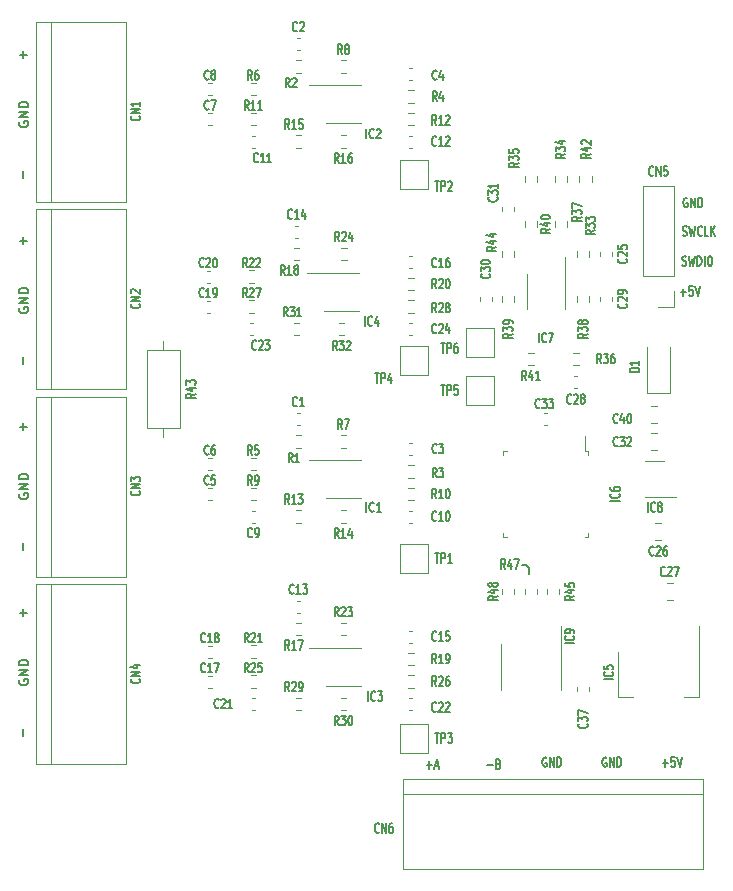
<source format=gto>
%TF.GenerationSoftware,KiCad,Pcbnew,(6.0.7)*%
%TF.CreationDate,2022-12-07T22:38:20+09:00*%
%TF.ProjectId,multi_channel_temperature,6d756c74-695f-4636-9861-6e6e656c5f74,rev?*%
%TF.SameCoordinates,Original*%
%TF.FileFunction,Legend,Top*%
%TF.FilePolarity,Positive*%
%FSLAX46Y46*%
G04 Gerber Fmt 4.6, Leading zero omitted, Abs format (unit mm)*
G04 Created by KiCad (PCBNEW (6.0.7)) date 2022-12-07 22:38:20*
%MOMM*%
%LPD*%
G01*
G04 APERTURE LIST*
%ADD10C,0.200000*%
%ADD11C,0.150000*%
%ADD12C,0.120000*%
G04 APERTURE END LIST*
D10*
X-69653142Y49580761D02*
X-69653142Y48971238D01*
X-69957904Y49276000D02*
X-69348380Y49276000D01*
X-69996000Y43586476D02*
X-70034095Y43510285D01*
X-70034095Y43396000D01*
X-69996000Y43281714D01*
X-69919809Y43205523D01*
X-69843619Y43167428D01*
X-69691238Y43129333D01*
X-69576952Y43129333D01*
X-69424571Y43167428D01*
X-69348380Y43205523D01*
X-69272190Y43281714D01*
X-69234095Y43396000D01*
X-69234095Y43472190D01*
X-69272190Y43586476D01*
X-69310285Y43624571D01*
X-69576952Y43624571D01*
X-69576952Y43472190D01*
X-69234095Y43967428D02*
X-70034095Y43967428D01*
X-69234095Y44424571D01*
X-70034095Y44424571D01*
X-69234095Y44805523D02*
X-70034095Y44805523D01*
X-70034095Y44996000D01*
X-69996000Y45110285D01*
X-69919809Y45186476D01*
X-69843619Y45224571D01*
X-69691238Y45262666D01*
X-69576952Y45262666D01*
X-69424571Y45224571D01*
X-69348380Y45186476D01*
X-69272190Y45110285D01*
X-69234095Y44996000D01*
X-69234095Y44805523D01*
X-69653142Y39420761D02*
X-69653142Y38811238D01*
X-69653142Y33832761D02*
X-69653142Y33223238D01*
X-69957904Y33528000D02*
X-69348380Y33528000D01*
X-69996000Y27838476D02*
X-70034095Y27762285D01*
X-70034095Y27648000D01*
X-69996000Y27533714D01*
X-69919809Y27457523D01*
X-69843619Y27419428D01*
X-69691238Y27381333D01*
X-69576952Y27381333D01*
X-69424571Y27419428D01*
X-69348380Y27457523D01*
X-69272190Y27533714D01*
X-69234095Y27648000D01*
X-69234095Y27724190D01*
X-69272190Y27838476D01*
X-69310285Y27876571D01*
X-69576952Y27876571D01*
X-69576952Y27724190D01*
X-69234095Y28219428D02*
X-70034095Y28219428D01*
X-69234095Y28676571D01*
X-70034095Y28676571D01*
X-69234095Y29057523D02*
X-70034095Y29057523D01*
X-70034095Y29248000D01*
X-69996000Y29362285D01*
X-69919809Y29438476D01*
X-69843619Y29476571D01*
X-69691238Y29514666D01*
X-69576952Y29514666D01*
X-69424571Y29476571D01*
X-69348380Y29438476D01*
X-69272190Y29362285D01*
X-69234095Y29248000D01*
X-69234095Y29057523D01*
X-69653142Y23672761D02*
X-69653142Y23063238D01*
X-69653142Y18084761D02*
X-69653142Y17475238D01*
X-69957904Y17780000D02*
X-69348380Y17780000D01*
X-69996000Y12090476D02*
X-70034095Y12014285D01*
X-70034095Y11900000D01*
X-69996000Y11785714D01*
X-69919809Y11709523D01*
X-69843619Y11671428D01*
X-69691238Y11633333D01*
X-69576952Y11633333D01*
X-69424571Y11671428D01*
X-69348380Y11709523D01*
X-69272190Y11785714D01*
X-69234095Y11900000D01*
X-69234095Y11976190D01*
X-69272190Y12090476D01*
X-69310285Y12128571D01*
X-69576952Y12128571D01*
X-69576952Y11976190D01*
X-69234095Y12471428D02*
X-70034095Y12471428D01*
X-69234095Y12928571D01*
X-70034095Y12928571D01*
X-69234095Y13309523D02*
X-70034095Y13309523D01*
X-70034095Y13500000D01*
X-69996000Y13614285D01*
X-69919809Y13690476D01*
X-69843619Y13728571D01*
X-69691238Y13766666D01*
X-69576952Y13766666D01*
X-69424571Y13728571D01*
X-69348380Y13690476D01*
X-69272190Y13614285D01*
X-69234095Y13500000D01*
X-69234095Y13309523D01*
X-69653142Y7924761D02*
X-69653142Y7315238D01*
X-69996000Y-3657523D02*
X-70034095Y-3733714D01*
X-70034095Y-3848000D01*
X-69996000Y-3962285D01*
X-69919809Y-4038476D01*
X-69843619Y-4076571D01*
X-69691238Y-4114666D01*
X-69576952Y-4114666D01*
X-69424571Y-4076571D01*
X-69348380Y-4038476D01*
X-69272190Y-3962285D01*
X-69234095Y-3848000D01*
X-69234095Y-3771809D01*
X-69272190Y-3657523D01*
X-69310285Y-3619428D01*
X-69576952Y-3619428D01*
X-69576952Y-3771809D01*
X-69234095Y-3276571D02*
X-70034095Y-3276571D01*
X-69234095Y-2819428D01*
X-70034095Y-2819428D01*
X-69234095Y-2438476D02*
X-70034095Y-2438476D01*
X-70034095Y-2248000D01*
X-69996000Y-2133714D01*
X-69919809Y-2057523D01*
X-69843619Y-2019428D01*
X-69691238Y-1981333D01*
X-69576952Y-1981333D01*
X-69424571Y-2019428D01*
X-69348380Y-2057523D01*
X-69272190Y-2133714D01*
X-69234095Y-2248000D01*
X-69234095Y-2438476D01*
X-69653142Y2336761D02*
X-69653142Y1727238D01*
X-69957904Y2032000D02*
X-69348380Y2032000D01*
X-69653142Y-7823238D02*
X-69653142Y-8432761D01*
D11*
X-15508252Y-10707567D02*
X-15051109Y-10707567D01*
X-15279681Y-11012329D02*
X-15279681Y-10402805D01*
X-14479681Y-10212329D02*
X-14765395Y-10212329D01*
X-14793966Y-10593282D01*
X-14765395Y-10555186D01*
X-14708252Y-10517091D01*
X-14565395Y-10517091D01*
X-14508252Y-10555186D01*
X-14479681Y-10593282D01*
X-14451109Y-10669472D01*
X-14451109Y-10859948D01*
X-14479681Y-10936139D01*
X-14508252Y-10974234D01*
X-14565395Y-11012329D01*
X-14708252Y-11012329D01*
X-14765395Y-10974234D01*
X-14793966Y-10936139D01*
X-14279681Y-10212329D02*
X-14079681Y-11012329D01*
X-13879681Y-10212329D01*
X-20269142Y-10268000D02*
X-20326285Y-10229904D01*
X-20412000Y-10229904D01*
X-20497714Y-10268000D01*
X-20554857Y-10344190D01*
X-20583428Y-10420380D01*
X-20612000Y-10572761D01*
X-20612000Y-10687047D01*
X-20583428Y-10839428D01*
X-20554857Y-10915619D01*
X-20497714Y-10991809D01*
X-20412000Y-11029904D01*
X-20354857Y-11029904D01*
X-20269142Y-10991809D01*
X-20240571Y-10953714D01*
X-20240571Y-10687047D01*
X-20354857Y-10687047D01*
X-19983428Y-11029904D02*
X-19983428Y-10229904D01*
X-19640571Y-11029904D01*
X-19640571Y-10229904D01*
X-19354857Y-11029904D02*
X-19354857Y-10229904D01*
X-19212000Y-10229904D01*
X-19126285Y-10268000D01*
X-19069142Y-10344190D01*
X-19040571Y-10420380D01*
X-19012000Y-10572761D01*
X-19012000Y-10687047D01*
X-19040571Y-10839428D01*
X-19069142Y-10915619D01*
X-19126285Y-10991809D01*
X-19212000Y-11029904D01*
X-19354857Y-11029904D01*
X-25349142Y-10268000D02*
X-25406285Y-10229904D01*
X-25492000Y-10229904D01*
X-25577714Y-10268000D01*
X-25634857Y-10344190D01*
X-25663428Y-10420380D01*
X-25692000Y-10572761D01*
X-25692000Y-10687047D01*
X-25663428Y-10839428D01*
X-25634857Y-10915619D01*
X-25577714Y-10991809D01*
X-25492000Y-11029904D01*
X-25434857Y-11029904D01*
X-25349142Y-10991809D01*
X-25320571Y-10953714D01*
X-25320571Y-10687047D01*
X-25434857Y-10687047D01*
X-25063428Y-11029904D02*
X-25063428Y-10229904D01*
X-24720571Y-11029904D01*
X-24720571Y-10229904D01*
X-24434857Y-11029904D02*
X-24434857Y-10229904D01*
X-24292000Y-10229904D01*
X-24206285Y-10268000D01*
X-24149142Y-10344190D01*
X-24120571Y-10420380D01*
X-24092000Y-10572761D01*
X-24092000Y-10687047D01*
X-24120571Y-10839428D01*
X-24149142Y-10915619D01*
X-24206285Y-10991809D01*
X-24292000Y-11029904D01*
X-24434857Y-11029904D01*
X-26797000Y5842000D02*
X-26797000Y5334000D01*
X-27051000Y6096000D02*
X-26797000Y5842000D01*
X-27432000Y6096000D02*
X-27051000Y6096000D01*
X-13411142Y37103000D02*
X-13468285Y37141095D01*
X-13554000Y37141095D01*
X-13639714Y37103000D01*
X-13696857Y37026809D01*
X-13725428Y36950619D01*
X-13754000Y36798238D01*
X-13754000Y36683952D01*
X-13725428Y36531571D01*
X-13696857Y36455380D01*
X-13639714Y36379190D01*
X-13554000Y36341095D01*
X-13496857Y36341095D01*
X-13411142Y36379190D01*
X-13382571Y36417285D01*
X-13382571Y36683952D01*
X-13496857Y36683952D01*
X-13125428Y36341095D02*
X-13125428Y37141095D01*
X-12782571Y36341095D01*
X-12782571Y37141095D01*
X-12496857Y36341095D02*
X-12496857Y37141095D01*
X-12354000Y37141095D01*
X-12268285Y37103000D01*
X-12211142Y37026809D01*
X-12182571Y36950619D01*
X-12154000Y36798238D01*
X-12154000Y36683952D01*
X-12182571Y36531571D01*
X-12211142Y36455380D01*
X-12268285Y36379190D01*
X-12354000Y36341095D01*
X-12496857Y36341095D01*
X-30348171Y-10877542D02*
X-29891028Y-10877542D01*
X-29405314Y-10763257D02*
X-29319600Y-10801352D01*
X-29291028Y-10839447D01*
X-29262457Y-10915638D01*
X-29262457Y-11029923D01*
X-29291028Y-11106114D01*
X-29319600Y-11144209D01*
X-29376742Y-11182304D01*
X-29605314Y-11182304D01*
X-29605314Y-10382304D01*
X-29405314Y-10382304D01*
X-29348171Y-10420400D01*
X-29319600Y-10458495D01*
X-29291028Y-10534685D01*
X-29291028Y-10610876D01*
X-29319600Y-10687066D01*
X-29348171Y-10725161D01*
X-29405314Y-10763257D01*
X-29605314Y-10763257D01*
X-35486914Y-10877542D02*
X-35029771Y-10877542D01*
X-35258342Y-11182304D02*
X-35258342Y-10572780D01*
X-34772628Y-10953733D02*
X-34486914Y-10953733D01*
X-34829771Y-11182304D02*
X-34629771Y-10382304D01*
X-34429771Y-11182304D01*
X-13979428Y29152857D02*
X-13522285Y29152857D01*
X-13750857Y28848095D02*
X-13750857Y29457619D01*
X-12950857Y29648095D02*
X-13236571Y29648095D01*
X-13265142Y29267142D01*
X-13236571Y29305238D01*
X-13179428Y29343333D01*
X-13036571Y29343333D01*
X-12979428Y29305238D01*
X-12950857Y29267142D01*
X-12922285Y29190952D01*
X-12922285Y29000476D01*
X-12950857Y28924285D01*
X-12979428Y28886190D01*
X-13036571Y28848095D01*
X-13179428Y28848095D01*
X-13236571Y28886190D01*
X-13265142Y28924285D01*
X-12750857Y29648095D02*
X-12550857Y28848095D01*
X-12350857Y29648095D01*
X-13803142Y33966190D02*
X-13717428Y33928095D01*
X-13574571Y33928095D01*
X-13517428Y33966190D01*
X-13488857Y34004285D01*
X-13460285Y34080476D01*
X-13460285Y34156666D01*
X-13488857Y34232857D01*
X-13517428Y34270952D01*
X-13574571Y34309047D01*
X-13688857Y34347142D01*
X-13746000Y34385238D01*
X-13774571Y34423333D01*
X-13803142Y34499523D01*
X-13803142Y34575714D01*
X-13774571Y34651904D01*
X-13746000Y34690000D01*
X-13688857Y34728095D01*
X-13546000Y34728095D01*
X-13460285Y34690000D01*
X-13260285Y34728095D02*
X-13117428Y33928095D01*
X-13003142Y34499523D01*
X-12888857Y33928095D01*
X-12746000Y34728095D01*
X-12174571Y34004285D02*
X-12203142Y33966190D01*
X-12288857Y33928095D01*
X-12346000Y33928095D01*
X-12431714Y33966190D01*
X-12488857Y34042380D01*
X-12517428Y34118571D01*
X-12546000Y34270952D01*
X-12546000Y34385238D01*
X-12517428Y34537619D01*
X-12488857Y34613809D01*
X-12431714Y34690000D01*
X-12346000Y34728095D01*
X-12288857Y34728095D01*
X-12203142Y34690000D01*
X-12174571Y34651904D01*
X-11631714Y33928095D02*
X-11917428Y33928095D01*
X-11917428Y34728095D01*
X-11431714Y33928095D02*
X-11431714Y34728095D01*
X-11088857Y33928095D02*
X-11346000Y34385238D01*
X-11088857Y34728095D02*
X-11431714Y34270952D01*
X-13844428Y31426190D02*
X-13758714Y31388095D01*
X-13615857Y31388095D01*
X-13558714Y31426190D01*
X-13530142Y31464285D01*
X-13501571Y31540476D01*
X-13501571Y31616666D01*
X-13530142Y31692857D01*
X-13558714Y31730952D01*
X-13615857Y31769047D01*
X-13730142Y31807142D01*
X-13787285Y31845238D01*
X-13815857Y31883333D01*
X-13844428Y31959523D01*
X-13844428Y32035714D01*
X-13815857Y32111904D01*
X-13787285Y32150000D01*
X-13730142Y32188095D01*
X-13587285Y32188095D01*
X-13501571Y32150000D01*
X-13301571Y32188095D02*
X-13158714Y31388095D01*
X-13044428Y31959523D01*
X-12930142Y31388095D01*
X-12787285Y32188095D01*
X-12558714Y31388095D02*
X-12558714Y32188095D01*
X-12415857Y32188095D01*
X-12330142Y32150000D01*
X-12273000Y32073809D01*
X-12244428Y31997619D01*
X-12215857Y31845238D01*
X-12215857Y31730952D01*
X-12244428Y31578571D01*
X-12273000Y31502380D01*
X-12330142Y31426190D01*
X-12415857Y31388095D01*
X-12558714Y31388095D01*
X-11958714Y31388095D02*
X-11958714Y32188095D01*
X-11558714Y32188095D02*
X-11444428Y32188095D01*
X-11387285Y32150000D01*
X-11330142Y32073809D01*
X-11301571Y31921428D01*
X-11301571Y31654761D01*
X-11330142Y31502380D01*
X-11387285Y31426190D01*
X-11444428Y31388095D01*
X-11558714Y31388095D01*
X-11615857Y31426190D01*
X-11673000Y31502380D01*
X-11701571Y31654761D01*
X-11701571Y31921428D01*
X-11673000Y32073809D01*
X-11615857Y32150000D01*
X-11558714Y32188095D01*
%TO.C,R31*%
X-47248714Y27103095D02*
X-47448714Y27484047D01*
X-47591571Y27103095D02*
X-47591571Y27903095D01*
X-47363000Y27903095D01*
X-47305857Y27865000D01*
X-47277285Y27826904D01*
X-47248714Y27750714D01*
X-47248714Y27636428D01*
X-47277285Y27560238D01*
X-47305857Y27522142D01*
X-47363000Y27484047D01*
X-47591571Y27484047D01*
X-47048714Y27903095D02*
X-46677285Y27903095D01*
X-46877285Y27598333D01*
X-46791571Y27598333D01*
X-46734428Y27560238D01*
X-46705857Y27522142D01*
X-46677285Y27445952D01*
X-46677285Y27255476D01*
X-46705857Y27179285D01*
X-46734428Y27141190D01*
X-46791571Y27103095D01*
X-46963000Y27103095D01*
X-47020142Y27141190D01*
X-47048714Y27179285D01*
X-46105857Y27103095D02*
X-46448714Y27103095D01*
X-46277285Y27103095D02*
X-46277285Y27903095D01*
X-46334428Y27788809D01*
X-46391571Y27712619D01*
X-46448714Y27674523D01*
%TO.C,C13*%
X-46740714Y3684285D02*
X-46769285Y3646190D01*
X-46855000Y3608095D01*
X-46912142Y3608095D01*
X-46997857Y3646190D01*
X-47055000Y3722380D01*
X-47083571Y3798571D01*
X-47112142Y3950952D01*
X-47112142Y4065238D01*
X-47083571Y4217619D01*
X-47055000Y4293809D01*
X-46997857Y4370000D01*
X-46912142Y4408095D01*
X-46855000Y4408095D01*
X-46769285Y4370000D01*
X-46740714Y4331904D01*
X-46169285Y3608095D02*
X-46512142Y3608095D01*
X-46340714Y3608095D02*
X-46340714Y4408095D01*
X-46397857Y4293809D01*
X-46455000Y4217619D01*
X-46512142Y4179523D01*
X-45969285Y4408095D02*
X-45597857Y4408095D01*
X-45797857Y4103333D01*
X-45712142Y4103333D01*
X-45655000Y4065238D01*
X-45626428Y4027142D01*
X-45597857Y3950952D01*
X-45597857Y3760476D01*
X-45626428Y3684285D01*
X-45655000Y3646190D01*
X-45712142Y3608095D01*
X-45883571Y3608095D01*
X-45940714Y3646190D01*
X-45969285Y3684285D01*
%TO.C,R5*%
X-50278000Y15386095D02*
X-50478000Y15767047D01*
X-50620857Y15386095D02*
X-50620857Y16186095D01*
X-50392285Y16186095D01*
X-50335142Y16148000D01*
X-50306571Y16109904D01*
X-50278000Y16033714D01*
X-50278000Y15919428D01*
X-50306571Y15843238D01*
X-50335142Y15805142D01*
X-50392285Y15767047D01*
X-50620857Y15767047D01*
X-49735142Y16186095D02*
X-50020857Y16186095D01*
X-50049428Y15805142D01*
X-50020857Y15843238D01*
X-49963714Y15881333D01*
X-49820857Y15881333D01*
X-49763714Y15843238D01*
X-49735142Y15805142D01*
X-49706571Y15728952D01*
X-49706571Y15538476D01*
X-49735142Y15462285D01*
X-49763714Y15424190D01*
X-49820857Y15386095D01*
X-49963714Y15386095D01*
X-50020857Y15424190D01*
X-50049428Y15462285D01*
%TO.C,R39*%
X-28213095Y25649285D02*
X-28594047Y25449285D01*
X-28213095Y25306428D02*
X-29013095Y25306428D01*
X-29013095Y25535000D01*
X-28975000Y25592142D01*
X-28936904Y25620714D01*
X-28860714Y25649285D01*
X-28746428Y25649285D01*
X-28670238Y25620714D01*
X-28632142Y25592142D01*
X-28594047Y25535000D01*
X-28594047Y25306428D01*
X-29013095Y25849285D02*
X-29013095Y26220714D01*
X-28708333Y26020714D01*
X-28708333Y26106428D01*
X-28670238Y26163571D01*
X-28632142Y26192142D01*
X-28555952Y26220714D01*
X-28365476Y26220714D01*
X-28289285Y26192142D01*
X-28251190Y26163571D01*
X-28213095Y26106428D01*
X-28213095Y25935000D01*
X-28251190Y25877857D01*
X-28289285Y25849285D01*
X-28213095Y26506428D02*
X-28213095Y26620714D01*
X-28251190Y26677857D01*
X-28289285Y26706428D01*
X-28403571Y26763571D01*
X-28555952Y26792142D01*
X-28860714Y26792142D01*
X-28936904Y26763571D01*
X-28975000Y26735000D01*
X-29013095Y26677857D01*
X-29013095Y26563571D01*
X-28975000Y26506428D01*
X-28936904Y26477857D01*
X-28860714Y26449285D01*
X-28670238Y26449285D01*
X-28594047Y26477857D01*
X-28555952Y26506428D01*
X-28517857Y26563571D01*
X-28517857Y26677857D01*
X-28555952Y26735000D01*
X-28594047Y26763571D01*
X-28670238Y26792142D01*
%TO.C,R30*%
X-42930714Y-7506904D02*
X-43130714Y-7125952D01*
X-43273571Y-7506904D02*
X-43273571Y-6706904D01*
X-43045000Y-6706904D01*
X-42987857Y-6745000D01*
X-42959285Y-6783095D01*
X-42930714Y-6859285D01*
X-42930714Y-6973571D01*
X-42959285Y-7049761D01*
X-42987857Y-7087857D01*
X-43045000Y-7125952D01*
X-43273571Y-7125952D01*
X-42730714Y-6706904D02*
X-42359285Y-6706904D01*
X-42559285Y-7011666D01*
X-42473571Y-7011666D01*
X-42416428Y-7049761D01*
X-42387857Y-7087857D01*
X-42359285Y-7164047D01*
X-42359285Y-7354523D01*
X-42387857Y-7430714D01*
X-42416428Y-7468809D01*
X-42473571Y-7506904D01*
X-42645000Y-7506904D01*
X-42702142Y-7468809D01*
X-42730714Y-7430714D01*
X-41987857Y-6706904D02*
X-41930714Y-6706904D01*
X-41873571Y-6745000D01*
X-41845000Y-6783095D01*
X-41816428Y-6859285D01*
X-41787857Y-7011666D01*
X-41787857Y-7202142D01*
X-41816428Y-7354523D01*
X-41845000Y-7430714D01*
X-41873571Y-7468809D01*
X-41930714Y-7506904D01*
X-41987857Y-7506904D01*
X-42045000Y-7468809D01*
X-42073571Y-7430714D01*
X-42102142Y-7354523D01*
X-42130714Y-7202142D01*
X-42130714Y-7011666D01*
X-42102142Y-6859285D01*
X-42073571Y-6783095D01*
X-42045000Y-6745000D01*
X-41987857Y-6706904D01*
%TO.C,IC1*%
X-40590714Y10560095D02*
X-40590714Y11360095D01*
X-39962142Y10636285D02*
X-39990714Y10598190D01*
X-40076428Y10560095D01*
X-40133571Y10560095D01*
X-40219285Y10598190D01*
X-40276428Y10674380D01*
X-40305000Y10750571D01*
X-40333571Y10902952D01*
X-40333571Y11017238D01*
X-40305000Y11169619D01*
X-40276428Y11245809D01*
X-40219285Y11322000D01*
X-40133571Y11360095D01*
X-40076428Y11360095D01*
X-39990714Y11322000D01*
X-39962142Y11283904D01*
X-39390714Y10560095D02*
X-39733571Y10560095D01*
X-39562142Y10560095D02*
X-39562142Y11360095D01*
X-39619285Y11245809D01*
X-39676428Y11169619D01*
X-39733571Y11131523D01*
%TO.C,R44*%
X-29610095Y33015285D02*
X-29991047Y32815285D01*
X-29610095Y32672428D02*
X-30410095Y32672428D01*
X-30410095Y32901000D01*
X-30372000Y32958142D01*
X-30333904Y32986714D01*
X-30257714Y33015285D01*
X-30143428Y33015285D01*
X-30067238Y32986714D01*
X-30029142Y32958142D01*
X-29991047Y32901000D01*
X-29991047Y32672428D01*
X-30143428Y33529571D02*
X-29610095Y33529571D01*
X-30448190Y33386714D02*
X-29876761Y33243857D01*
X-29876761Y33615285D01*
X-30143428Y34101000D02*
X-29610095Y34101000D01*
X-30448190Y33958142D02*
X-29876761Y33815285D01*
X-29876761Y34186714D01*
%TO.C,R27*%
X-50703714Y28721095D02*
X-50903714Y29102047D01*
X-51046571Y28721095D02*
X-51046571Y29521095D01*
X-50818000Y29521095D01*
X-50760857Y29483000D01*
X-50732285Y29444904D01*
X-50703714Y29368714D01*
X-50703714Y29254428D01*
X-50732285Y29178238D01*
X-50760857Y29140142D01*
X-50818000Y29102047D01*
X-51046571Y29102047D01*
X-50475142Y29444904D02*
X-50446571Y29483000D01*
X-50389428Y29521095D01*
X-50246571Y29521095D01*
X-50189428Y29483000D01*
X-50160857Y29444904D01*
X-50132285Y29368714D01*
X-50132285Y29292523D01*
X-50160857Y29178238D01*
X-50503714Y28721095D01*
X-50132285Y28721095D01*
X-49932285Y29521095D02*
X-49532285Y29521095D01*
X-49789428Y28721095D01*
%TO.C,CN3*%
X-59834285Y12315714D02*
X-59796190Y12287142D01*
X-59758095Y12201428D01*
X-59758095Y12144285D01*
X-59796190Y12058571D01*
X-59872380Y12001428D01*
X-59948571Y11972857D01*
X-60100952Y11944285D01*
X-60215238Y11944285D01*
X-60367619Y11972857D01*
X-60443809Y12001428D01*
X-60520000Y12058571D01*
X-60558095Y12144285D01*
X-60558095Y12201428D01*
X-60520000Y12287142D01*
X-60481904Y12315714D01*
X-59758095Y12572857D02*
X-60558095Y12572857D01*
X-59758095Y12915714D01*
X-60558095Y12915714D01*
X-60558095Y13144285D02*
X-60558095Y13515714D01*
X-60253333Y13315714D01*
X-60253333Y13401428D01*
X-60215238Y13458571D01*
X-60177142Y13487142D01*
X-60100952Y13515714D01*
X-59910476Y13515714D01*
X-59834285Y13487142D01*
X-59796190Y13458571D01*
X-59758095Y13401428D01*
X-59758095Y13230000D01*
X-59796190Y13172857D01*
X-59834285Y13144285D01*
%TO.C,R32*%
X-43070714Y24243095D02*
X-43270714Y24624047D01*
X-43413571Y24243095D02*
X-43413571Y25043095D01*
X-43185000Y25043095D01*
X-43127857Y25005000D01*
X-43099285Y24966904D01*
X-43070714Y24890714D01*
X-43070714Y24776428D01*
X-43099285Y24700238D01*
X-43127857Y24662142D01*
X-43185000Y24624047D01*
X-43413571Y24624047D01*
X-42870714Y25043095D02*
X-42499285Y25043095D01*
X-42699285Y24738333D01*
X-42613571Y24738333D01*
X-42556428Y24700238D01*
X-42527857Y24662142D01*
X-42499285Y24585952D01*
X-42499285Y24395476D01*
X-42527857Y24319285D01*
X-42556428Y24281190D01*
X-42613571Y24243095D01*
X-42785000Y24243095D01*
X-42842142Y24281190D01*
X-42870714Y24319285D01*
X-42270714Y24966904D02*
X-42242142Y25005000D01*
X-42185000Y25043095D01*
X-42042142Y25043095D01*
X-41985000Y25005000D01*
X-41956428Y24966904D01*
X-41927857Y24890714D01*
X-41927857Y24814523D01*
X-41956428Y24700238D01*
X-42299285Y24243095D01*
X-41927857Y24243095D01*
%TO.C,R17*%
X-47121714Y-1123904D02*
X-47321714Y-742952D01*
X-47464571Y-1123904D02*
X-47464571Y-323904D01*
X-47236000Y-323904D01*
X-47178857Y-362000D01*
X-47150285Y-400095D01*
X-47121714Y-476285D01*
X-47121714Y-590571D01*
X-47150285Y-666761D01*
X-47178857Y-704857D01*
X-47236000Y-742952D01*
X-47464571Y-742952D01*
X-46550285Y-1123904D02*
X-46893142Y-1123904D01*
X-46721714Y-1123904D02*
X-46721714Y-323904D01*
X-46778857Y-438190D01*
X-46836000Y-514380D01*
X-46893142Y-552476D01*
X-46350285Y-323904D02*
X-45950285Y-323904D01*
X-46207428Y-1123904D01*
%TO.C,TP2*%
X-34793142Y38538095D02*
X-34450285Y38538095D01*
X-34621714Y37738095D02*
X-34621714Y38538095D01*
X-34250285Y37738095D02*
X-34250285Y38538095D01*
X-34021714Y38538095D01*
X-33964571Y38500000D01*
X-33936000Y38461904D01*
X-33907428Y38385714D01*
X-33907428Y38271428D01*
X-33936000Y38195238D01*
X-33964571Y38157142D01*
X-34021714Y38119047D01*
X-34250285Y38119047D01*
X-33678857Y38461904D02*
X-33650285Y38500000D01*
X-33593142Y38538095D01*
X-33450285Y38538095D01*
X-33393142Y38500000D01*
X-33364571Y38461904D01*
X-33336000Y38385714D01*
X-33336000Y38309523D01*
X-33364571Y38195238D01*
X-33707428Y37738095D01*
X-33336000Y37738095D01*
%TO.C,R22*%
X-50703714Y31261095D02*
X-50903714Y31642047D01*
X-51046571Y31261095D02*
X-51046571Y32061095D01*
X-50818000Y32061095D01*
X-50760857Y32023000D01*
X-50732285Y31984904D01*
X-50703714Y31908714D01*
X-50703714Y31794428D01*
X-50732285Y31718238D01*
X-50760857Y31680142D01*
X-50818000Y31642047D01*
X-51046571Y31642047D01*
X-50475142Y31984904D02*
X-50446571Y32023000D01*
X-50389428Y32061095D01*
X-50246571Y32061095D01*
X-50189428Y32023000D01*
X-50160857Y31984904D01*
X-50132285Y31908714D01*
X-50132285Y31832523D01*
X-50160857Y31718238D01*
X-50503714Y31261095D01*
X-50132285Y31261095D01*
X-49903714Y31984904D02*
X-49875142Y32023000D01*
X-49818000Y32061095D01*
X-49675142Y32061095D01*
X-49618000Y32023000D01*
X-49589428Y31984904D01*
X-49560857Y31908714D01*
X-49560857Y31832523D01*
X-49589428Y31718238D01*
X-49932285Y31261095D01*
X-49560857Y31261095D01*
%TO.C,C4*%
X-34644000Y47212285D02*
X-34672571Y47174190D01*
X-34758285Y47136095D01*
X-34815428Y47136095D01*
X-34901142Y47174190D01*
X-34958285Y47250380D01*
X-34986857Y47326571D01*
X-35015428Y47478952D01*
X-35015428Y47593238D01*
X-34986857Y47745619D01*
X-34958285Y47821809D01*
X-34901142Y47898000D01*
X-34815428Y47936095D01*
X-34758285Y47936095D01*
X-34672571Y47898000D01*
X-34644000Y47859904D01*
X-34129714Y47669428D02*
X-34129714Y47136095D01*
X-34272571Y47974190D02*
X-34415428Y47402761D01*
X-34044000Y47402761D01*
%TO.C,R47*%
X-28833714Y5734095D02*
X-29033714Y6115047D01*
X-29176571Y5734095D02*
X-29176571Y6534095D01*
X-28948000Y6534095D01*
X-28890857Y6496000D01*
X-28862285Y6457904D01*
X-28833714Y6381714D01*
X-28833714Y6267428D01*
X-28862285Y6191238D01*
X-28890857Y6153142D01*
X-28948000Y6115047D01*
X-29176571Y6115047D01*
X-28319428Y6267428D02*
X-28319428Y5734095D01*
X-28462285Y6572190D02*
X-28605142Y6000761D01*
X-28233714Y6000761D01*
X-28062285Y6534095D02*
X-27662285Y6534095D01*
X-27919428Y5734095D01*
%TO.C,R7*%
X-42645000Y17578095D02*
X-42845000Y17959047D01*
X-42987857Y17578095D02*
X-42987857Y18378095D01*
X-42759285Y18378095D01*
X-42702142Y18340000D01*
X-42673571Y18301904D01*
X-42645000Y18225714D01*
X-42645000Y18111428D01*
X-42673571Y18035238D01*
X-42702142Y17997142D01*
X-42759285Y17959047D01*
X-42987857Y17959047D01*
X-42445000Y18378095D02*
X-42045000Y18378095D01*
X-42302142Y17578095D01*
%TO.C,IC4*%
X-40730714Y26308095D02*
X-40730714Y27108095D01*
X-40102142Y26384285D02*
X-40130714Y26346190D01*
X-40216428Y26308095D01*
X-40273571Y26308095D01*
X-40359285Y26346190D01*
X-40416428Y26422380D01*
X-40445000Y26498571D01*
X-40473571Y26650952D01*
X-40473571Y26765238D01*
X-40445000Y26917619D01*
X-40416428Y26993809D01*
X-40359285Y27070000D01*
X-40273571Y27108095D01*
X-40216428Y27108095D01*
X-40130714Y27070000D01*
X-40102142Y27031904D01*
X-39587857Y26841428D02*
X-39587857Y26308095D01*
X-39730714Y27146190D02*
X-39873571Y26574761D01*
X-39502142Y26574761D01*
%TO.C,C17*%
X-54233714Y-2952714D02*
X-54262285Y-2990809D01*
X-54348000Y-3028904D01*
X-54405142Y-3028904D01*
X-54490857Y-2990809D01*
X-54548000Y-2914619D01*
X-54576571Y-2838428D01*
X-54605142Y-2686047D01*
X-54605142Y-2571761D01*
X-54576571Y-2419380D01*
X-54548000Y-2343190D01*
X-54490857Y-2267000D01*
X-54405142Y-2228904D01*
X-54348000Y-2228904D01*
X-54262285Y-2267000D01*
X-54233714Y-2305095D01*
X-53662285Y-3028904D02*
X-54005142Y-3028904D01*
X-53833714Y-3028904D02*
X-53833714Y-2228904D01*
X-53890857Y-2343190D01*
X-53948000Y-2419380D01*
X-54005142Y-2457476D01*
X-53462285Y-2228904D02*
X-53062285Y-2228904D01*
X-53319428Y-3028904D01*
%TO.C,TP1*%
X-34793142Y7042095D02*
X-34450285Y7042095D01*
X-34621714Y6242095D02*
X-34621714Y7042095D01*
X-34250285Y6242095D02*
X-34250285Y7042095D01*
X-34021714Y7042095D01*
X-33964571Y7004000D01*
X-33936000Y6965904D01*
X-33907428Y6889714D01*
X-33907428Y6775428D01*
X-33936000Y6699238D01*
X-33964571Y6661142D01*
X-34021714Y6623047D01*
X-34250285Y6623047D01*
X-33336000Y6242095D02*
X-33678857Y6242095D01*
X-33507428Y6242095D02*
X-33507428Y7042095D01*
X-33564571Y6927809D01*
X-33621714Y6851619D01*
X-33678857Y6813523D01*
%TO.C,R20*%
X-34675714Y29483095D02*
X-34875714Y29864047D01*
X-35018571Y29483095D02*
X-35018571Y30283095D01*
X-34790000Y30283095D01*
X-34732857Y30245000D01*
X-34704285Y30206904D01*
X-34675714Y30130714D01*
X-34675714Y30016428D01*
X-34704285Y29940238D01*
X-34732857Y29902142D01*
X-34790000Y29864047D01*
X-35018571Y29864047D01*
X-34447142Y30206904D02*
X-34418571Y30245000D01*
X-34361428Y30283095D01*
X-34218571Y30283095D01*
X-34161428Y30245000D01*
X-34132857Y30206904D01*
X-34104285Y30130714D01*
X-34104285Y30054523D01*
X-34132857Y29940238D01*
X-34475714Y29483095D01*
X-34104285Y29483095D01*
X-33732857Y30283095D02*
X-33675714Y30283095D01*
X-33618571Y30245000D01*
X-33590000Y30206904D01*
X-33561428Y30130714D01*
X-33532857Y29978333D01*
X-33532857Y29787857D01*
X-33561428Y29635476D01*
X-33590000Y29559285D01*
X-33618571Y29521190D01*
X-33675714Y29483095D01*
X-33732857Y29483095D01*
X-33790000Y29521190D01*
X-33818571Y29559285D01*
X-33847142Y29635476D01*
X-33875714Y29787857D01*
X-33875714Y29978333D01*
X-33847142Y30130714D01*
X-33818571Y30206904D01*
X-33790000Y30245000D01*
X-33732857Y30283095D01*
%TO.C,C27*%
X-15305714Y5204285D02*
X-15334285Y5166190D01*
X-15420000Y5128095D01*
X-15477142Y5128095D01*
X-15562857Y5166190D01*
X-15620000Y5242380D01*
X-15648571Y5318571D01*
X-15677142Y5470952D01*
X-15677142Y5585238D01*
X-15648571Y5737619D01*
X-15620000Y5813809D01*
X-15562857Y5890000D01*
X-15477142Y5928095D01*
X-15420000Y5928095D01*
X-15334285Y5890000D01*
X-15305714Y5851904D01*
X-15077142Y5851904D02*
X-15048571Y5890000D01*
X-14991428Y5928095D01*
X-14848571Y5928095D01*
X-14791428Y5890000D01*
X-14762857Y5851904D01*
X-14734285Y5775714D01*
X-14734285Y5699523D01*
X-14762857Y5585238D01*
X-15105714Y5128095D01*
X-14734285Y5128095D01*
X-14534285Y5928095D02*
X-14134285Y5928095D01*
X-14391428Y5128095D01*
%TO.C,R18*%
X-47502714Y30626095D02*
X-47702714Y31007047D01*
X-47845571Y30626095D02*
X-47845571Y31426095D01*
X-47617000Y31426095D01*
X-47559857Y31388000D01*
X-47531285Y31349904D01*
X-47502714Y31273714D01*
X-47502714Y31159428D01*
X-47531285Y31083238D01*
X-47559857Y31045142D01*
X-47617000Y31007047D01*
X-47845571Y31007047D01*
X-46931285Y30626095D02*
X-47274142Y30626095D01*
X-47102714Y30626095D02*
X-47102714Y31426095D01*
X-47159857Y31311809D01*
X-47217000Y31235619D01*
X-47274142Y31197523D01*
X-46588428Y31083238D02*
X-46645571Y31121333D01*
X-46674142Y31159428D01*
X-46702714Y31235619D01*
X-46702714Y31273714D01*
X-46674142Y31349904D01*
X-46645571Y31388000D01*
X-46588428Y31426095D01*
X-46474142Y31426095D01*
X-46417000Y31388000D01*
X-46388428Y31349904D01*
X-46359857Y31273714D01*
X-46359857Y31235619D01*
X-46388428Y31159428D01*
X-46417000Y31121333D01*
X-46474142Y31083238D01*
X-46588428Y31083238D01*
X-46645571Y31045142D01*
X-46674142Y31007047D01*
X-46702714Y30930857D01*
X-46702714Y30778476D01*
X-46674142Y30702285D01*
X-46645571Y30664190D01*
X-46588428Y30626095D01*
X-46474142Y30626095D01*
X-46417000Y30664190D01*
X-46388428Y30702285D01*
X-46359857Y30778476D01*
X-46359857Y30930857D01*
X-46388428Y31007047D01*
X-46417000Y31045142D01*
X-46474142Y31083238D01*
%TO.C,R37*%
X-22371095Y35555285D02*
X-22752047Y35355285D01*
X-22371095Y35212428D02*
X-23171095Y35212428D01*
X-23171095Y35441000D01*
X-23133000Y35498142D01*
X-23094904Y35526714D01*
X-23018714Y35555285D01*
X-22904428Y35555285D01*
X-22828238Y35526714D01*
X-22790142Y35498142D01*
X-22752047Y35441000D01*
X-22752047Y35212428D01*
X-23171095Y35755285D02*
X-23171095Y36126714D01*
X-22866333Y35926714D01*
X-22866333Y36012428D01*
X-22828238Y36069571D01*
X-22790142Y36098142D01*
X-22713952Y36126714D01*
X-22523476Y36126714D01*
X-22447285Y36098142D01*
X-22409190Y36069571D01*
X-22371095Y36012428D01*
X-22371095Y35841000D01*
X-22409190Y35783857D01*
X-22447285Y35755285D01*
X-23171095Y36326714D02*
X-23171095Y36726714D01*
X-22371095Y36469571D01*
%TO.C,R16*%
X-42930714Y40118095D02*
X-43130714Y40499047D01*
X-43273571Y40118095D02*
X-43273571Y40918095D01*
X-43045000Y40918095D01*
X-42987857Y40880000D01*
X-42959285Y40841904D01*
X-42930714Y40765714D01*
X-42930714Y40651428D01*
X-42959285Y40575238D01*
X-42987857Y40537142D01*
X-43045000Y40499047D01*
X-43273571Y40499047D01*
X-42359285Y40118095D02*
X-42702142Y40118095D01*
X-42530714Y40118095D02*
X-42530714Y40918095D01*
X-42587857Y40803809D01*
X-42645000Y40727619D01*
X-42702142Y40689523D01*
X-41845000Y40918095D02*
X-41959285Y40918095D01*
X-42016428Y40880000D01*
X-42045000Y40841904D01*
X-42102142Y40727619D01*
X-42130714Y40575238D01*
X-42130714Y40270476D01*
X-42102142Y40194285D01*
X-42073571Y40156190D01*
X-42016428Y40118095D01*
X-41902142Y40118095D01*
X-41845000Y40156190D01*
X-41816428Y40194285D01*
X-41787857Y40270476D01*
X-41787857Y40460952D01*
X-41816428Y40537142D01*
X-41845000Y40575238D01*
X-41902142Y40613333D01*
X-42016428Y40613333D01*
X-42073571Y40575238D01*
X-42102142Y40537142D01*
X-42130714Y40460952D01*
%TO.C,R15*%
X-47108714Y42978095D02*
X-47308714Y43359047D01*
X-47451571Y42978095D02*
X-47451571Y43778095D01*
X-47223000Y43778095D01*
X-47165857Y43740000D01*
X-47137285Y43701904D01*
X-47108714Y43625714D01*
X-47108714Y43511428D01*
X-47137285Y43435238D01*
X-47165857Y43397142D01*
X-47223000Y43359047D01*
X-47451571Y43359047D01*
X-46537285Y42978095D02*
X-46880142Y42978095D01*
X-46708714Y42978095D02*
X-46708714Y43778095D01*
X-46765857Y43663809D01*
X-46823000Y43587619D01*
X-46880142Y43549523D01*
X-45994428Y43778095D02*
X-46280142Y43778095D01*
X-46308714Y43397142D01*
X-46280142Y43435238D01*
X-46223000Y43473333D01*
X-46080142Y43473333D01*
X-46023000Y43435238D01*
X-45994428Y43397142D01*
X-45965857Y43320952D01*
X-45965857Y43130476D01*
X-45994428Y43054285D01*
X-46023000Y43016190D01*
X-46080142Y42978095D01*
X-46223000Y42978095D01*
X-46280142Y43016190D01*
X-46308714Y43054285D01*
%TO.C,R43*%
X-55053095Y20569285D02*
X-55434047Y20369285D01*
X-55053095Y20226428D02*
X-55853095Y20226428D01*
X-55853095Y20455000D01*
X-55815000Y20512142D01*
X-55776904Y20540714D01*
X-55700714Y20569285D01*
X-55586428Y20569285D01*
X-55510238Y20540714D01*
X-55472142Y20512142D01*
X-55434047Y20455000D01*
X-55434047Y20226428D01*
X-55586428Y21083571D02*
X-55053095Y21083571D01*
X-55891190Y20940714D02*
X-55319761Y20797857D01*
X-55319761Y21169285D01*
X-55853095Y21340714D02*
X-55853095Y21712142D01*
X-55548333Y21512142D01*
X-55548333Y21597857D01*
X-55510238Y21655000D01*
X-55472142Y21683571D01*
X-55395952Y21712142D01*
X-55205476Y21712142D01*
X-55129285Y21683571D01*
X-55091190Y21655000D01*
X-55053095Y21597857D01*
X-55053095Y21426428D01*
X-55091190Y21369285D01*
X-55129285Y21340714D01*
%TO.C,R24*%
X-42880714Y33453095D02*
X-43080714Y33834047D01*
X-43223571Y33453095D02*
X-43223571Y34253095D01*
X-42995000Y34253095D01*
X-42937857Y34215000D01*
X-42909285Y34176904D01*
X-42880714Y34100714D01*
X-42880714Y33986428D01*
X-42909285Y33910238D01*
X-42937857Y33872142D01*
X-42995000Y33834047D01*
X-43223571Y33834047D01*
X-42652142Y34176904D02*
X-42623571Y34215000D01*
X-42566428Y34253095D01*
X-42423571Y34253095D01*
X-42366428Y34215000D01*
X-42337857Y34176904D01*
X-42309285Y34100714D01*
X-42309285Y34024523D01*
X-42337857Y33910238D01*
X-42680714Y33453095D01*
X-42309285Y33453095D01*
X-41795000Y33986428D02*
X-41795000Y33453095D01*
X-41937857Y34291190D02*
X-42080714Y33719761D01*
X-41709285Y33719761D01*
%TO.C,TP4*%
X-39873142Y22282095D02*
X-39530285Y22282095D01*
X-39701714Y21482095D02*
X-39701714Y22282095D01*
X-39330285Y21482095D02*
X-39330285Y22282095D01*
X-39101714Y22282095D01*
X-39044571Y22244000D01*
X-39016000Y22205904D01*
X-38987428Y22129714D01*
X-38987428Y22015428D01*
X-39016000Y21939238D01*
X-39044571Y21901142D01*
X-39101714Y21863047D01*
X-39330285Y21863047D01*
X-38473142Y22015428D02*
X-38473142Y21482095D01*
X-38616000Y22320190D02*
X-38758857Y21748761D01*
X-38387428Y21748761D01*
%TO.C,C23*%
X-49915714Y24352285D02*
X-49944285Y24314190D01*
X-50030000Y24276095D01*
X-50087142Y24276095D01*
X-50172857Y24314190D01*
X-50230000Y24390380D01*
X-50258571Y24466571D01*
X-50287142Y24618952D01*
X-50287142Y24733238D01*
X-50258571Y24885619D01*
X-50230000Y24961809D01*
X-50172857Y25038000D01*
X-50087142Y25076095D01*
X-50030000Y25076095D01*
X-49944285Y25038000D01*
X-49915714Y24999904D01*
X-49687142Y24999904D02*
X-49658571Y25038000D01*
X-49601428Y25076095D01*
X-49458571Y25076095D01*
X-49401428Y25038000D01*
X-49372857Y24999904D01*
X-49344285Y24923714D01*
X-49344285Y24847523D01*
X-49372857Y24733238D01*
X-49715714Y24276095D01*
X-49344285Y24276095D01*
X-49144285Y25076095D02*
X-48772857Y25076095D01*
X-48972857Y24771333D01*
X-48887142Y24771333D01*
X-48830000Y24733238D01*
X-48801428Y24695142D01*
X-48772857Y24618952D01*
X-48772857Y24428476D01*
X-48801428Y24352285D01*
X-48830000Y24314190D01*
X-48887142Y24276095D01*
X-49058571Y24276095D01*
X-49115714Y24314190D01*
X-49144285Y24352285D01*
%TO.C,C7*%
X-53948000Y44672285D02*
X-53976571Y44634190D01*
X-54062285Y44596095D01*
X-54119428Y44596095D01*
X-54205142Y44634190D01*
X-54262285Y44710380D01*
X-54290857Y44786571D01*
X-54319428Y44938952D01*
X-54319428Y45053238D01*
X-54290857Y45205619D01*
X-54262285Y45281809D01*
X-54205142Y45358000D01*
X-54119428Y45396095D01*
X-54062285Y45396095D01*
X-53976571Y45358000D01*
X-53948000Y45319904D01*
X-53748000Y45396095D02*
X-53348000Y45396095D01*
X-53605142Y44596095D01*
%TO.C,IC3*%
X-40463714Y-5441904D02*
X-40463714Y-4641904D01*
X-39835142Y-5365714D02*
X-39863714Y-5403809D01*
X-39949428Y-5441904D01*
X-40006571Y-5441904D01*
X-40092285Y-5403809D01*
X-40149428Y-5327619D01*
X-40178000Y-5251428D01*
X-40206571Y-5099047D01*
X-40206571Y-4984761D01*
X-40178000Y-4832380D01*
X-40149428Y-4756190D01*
X-40092285Y-4680000D01*
X-40006571Y-4641904D01*
X-39949428Y-4641904D01*
X-39863714Y-4680000D01*
X-39835142Y-4718095D01*
X-39635142Y-4641904D02*
X-39263714Y-4641904D01*
X-39463714Y-4946666D01*
X-39378000Y-4946666D01*
X-39320857Y-4984761D01*
X-39292285Y-5022857D01*
X-39263714Y-5099047D01*
X-39263714Y-5289523D01*
X-39292285Y-5365714D01*
X-39320857Y-5403809D01*
X-39378000Y-5441904D01*
X-39549428Y-5441904D01*
X-39606571Y-5403809D01*
X-39635142Y-5365714D01*
%TO.C,C31*%
X-29559285Y37206285D02*
X-29521190Y37177714D01*
X-29483095Y37092000D01*
X-29483095Y37034857D01*
X-29521190Y36949142D01*
X-29597380Y36892000D01*
X-29673571Y36863428D01*
X-29825952Y36834857D01*
X-29940238Y36834857D01*
X-30092619Y36863428D01*
X-30168809Y36892000D01*
X-30245000Y36949142D01*
X-30283095Y37034857D01*
X-30283095Y37092000D01*
X-30245000Y37177714D01*
X-30206904Y37206285D01*
X-30283095Y37406285D02*
X-30283095Y37777714D01*
X-29978333Y37577714D01*
X-29978333Y37663428D01*
X-29940238Y37720571D01*
X-29902142Y37749142D01*
X-29825952Y37777714D01*
X-29635476Y37777714D01*
X-29559285Y37749142D01*
X-29521190Y37720571D01*
X-29483095Y37663428D01*
X-29483095Y37492000D01*
X-29521190Y37434857D01*
X-29559285Y37406285D01*
X-29483095Y38349142D02*
X-29483095Y38006285D01*
X-29483095Y38177714D02*
X-30283095Y38177714D01*
X-30168809Y38120571D01*
X-30092619Y38063428D01*
X-30054523Y38006285D01*
%TO.C,C32*%
X-19308714Y16173485D02*
X-19337285Y16135390D01*
X-19423000Y16097295D01*
X-19480142Y16097295D01*
X-19565857Y16135390D01*
X-19623000Y16211580D01*
X-19651571Y16287771D01*
X-19680142Y16440152D01*
X-19680142Y16554438D01*
X-19651571Y16706819D01*
X-19623000Y16783009D01*
X-19565857Y16859200D01*
X-19480142Y16897295D01*
X-19423000Y16897295D01*
X-19337285Y16859200D01*
X-19308714Y16821104D01*
X-19108714Y16897295D02*
X-18737285Y16897295D01*
X-18937285Y16592533D01*
X-18851571Y16592533D01*
X-18794428Y16554438D01*
X-18765857Y16516342D01*
X-18737285Y16440152D01*
X-18737285Y16249676D01*
X-18765857Y16173485D01*
X-18794428Y16135390D01*
X-18851571Y16097295D01*
X-19023000Y16097295D01*
X-19080142Y16135390D01*
X-19108714Y16173485D01*
X-18508714Y16821104D02*
X-18480142Y16859200D01*
X-18423000Y16897295D01*
X-18280142Y16897295D01*
X-18223000Y16859200D01*
X-18194428Y16821104D01*
X-18165857Y16744914D01*
X-18165857Y16668723D01*
X-18194428Y16554438D01*
X-18537285Y16097295D01*
X-18165857Y16097295D01*
%TO.C,C10*%
X-34675714Y9874285D02*
X-34704285Y9836190D01*
X-34790000Y9798095D01*
X-34847142Y9798095D01*
X-34932857Y9836190D01*
X-34990000Y9912380D01*
X-35018571Y9988571D01*
X-35047142Y10140952D01*
X-35047142Y10255238D01*
X-35018571Y10407619D01*
X-34990000Y10483809D01*
X-34932857Y10560000D01*
X-34847142Y10598095D01*
X-34790000Y10598095D01*
X-34704285Y10560000D01*
X-34675714Y10521904D01*
X-34104285Y9798095D02*
X-34447142Y9798095D01*
X-34275714Y9798095D02*
X-34275714Y10598095D01*
X-34332857Y10483809D01*
X-34390000Y10407619D01*
X-34447142Y10369523D01*
X-33732857Y10598095D02*
X-33675714Y10598095D01*
X-33618571Y10560000D01*
X-33590000Y10521904D01*
X-33561428Y10445714D01*
X-33532857Y10293333D01*
X-33532857Y10102857D01*
X-33561428Y9950476D01*
X-33590000Y9874285D01*
X-33618571Y9836190D01*
X-33675714Y9798095D01*
X-33732857Y9798095D01*
X-33790000Y9836190D01*
X-33818571Y9874285D01*
X-33847142Y9950476D01*
X-33875714Y10102857D01*
X-33875714Y10293333D01*
X-33847142Y10445714D01*
X-33818571Y10521904D01*
X-33790000Y10560000D01*
X-33732857Y10598095D01*
%TO.C,R26*%
X-34675714Y-4171904D02*
X-34875714Y-3790952D01*
X-35018571Y-4171904D02*
X-35018571Y-3371904D01*
X-34790000Y-3371904D01*
X-34732857Y-3410000D01*
X-34704285Y-3448095D01*
X-34675714Y-3524285D01*
X-34675714Y-3638571D01*
X-34704285Y-3714761D01*
X-34732857Y-3752857D01*
X-34790000Y-3790952D01*
X-35018571Y-3790952D01*
X-34447142Y-3448095D02*
X-34418571Y-3410000D01*
X-34361428Y-3371904D01*
X-34218571Y-3371904D01*
X-34161428Y-3410000D01*
X-34132857Y-3448095D01*
X-34104285Y-3524285D01*
X-34104285Y-3600476D01*
X-34132857Y-3714761D01*
X-34475714Y-4171904D01*
X-34104285Y-4171904D01*
X-33590000Y-3371904D02*
X-33704285Y-3371904D01*
X-33761428Y-3410000D01*
X-33790000Y-3448095D01*
X-33847142Y-3562380D01*
X-33875714Y-3714761D01*
X-33875714Y-4019523D01*
X-33847142Y-4095714D01*
X-33818571Y-4133809D01*
X-33761428Y-4171904D01*
X-33647142Y-4171904D01*
X-33590000Y-4133809D01*
X-33561428Y-4095714D01*
X-33532857Y-4019523D01*
X-33532857Y-3829047D01*
X-33561428Y-3752857D01*
X-33590000Y-3714761D01*
X-33647142Y-3676666D01*
X-33761428Y-3676666D01*
X-33818571Y-3714761D01*
X-33847142Y-3752857D01*
X-33875714Y-3829047D01*
%TO.C,R29*%
X-47121714Y-4646904D02*
X-47321714Y-4265952D01*
X-47464571Y-4646904D02*
X-47464571Y-3846904D01*
X-47236000Y-3846904D01*
X-47178857Y-3885000D01*
X-47150285Y-3923095D01*
X-47121714Y-3999285D01*
X-47121714Y-4113571D01*
X-47150285Y-4189761D01*
X-47178857Y-4227857D01*
X-47236000Y-4265952D01*
X-47464571Y-4265952D01*
X-46893142Y-3923095D02*
X-46864571Y-3885000D01*
X-46807428Y-3846904D01*
X-46664571Y-3846904D01*
X-46607428Y-3885000D01*
X-46578857Y-3923095D01*
X-46550285Y-3999285D01*
X-46550285Y-4075476D01*
X-46578857Y-4189761D01*
X-46921714Y-4646904D01*
X-46550285Y-4646904D01*
X-46264571Y-4646904D02*
X-46150285Y-4646904D01*
X-46093142Y-4608809D01*
X-46064571Y-4570714D01*
X-46007428Y-4456428D01*
X-45978857Y-4304047D01*
X-45978857Y-3999285D01*
X-46007428Y-3923095D01*
X-46036000Y-3885000D01*
X-46093142Y-3846904D01*
X-46207428Y-3846904D01*
X-46264571Y-3885000D01*
X-46293142Y-3923095D01*
X-46321714Y-3999285D01*
X-46321714Y-4189761D01*
X-46293142Y-4265952D01*
X-46264571Y-4304047D01*
X-46207428Y-4342142D01*
X-46093142Y-4342142D01*
X-46036000Y-4304047D01*
X-46007428Y-4265952D01*
X-45978857Y-4189761D01*
%TO.C,R12*%
X-34675714Y43326095D02*
X-34875714Y43707047D01*
X-35018571Y43326095D02*
X-35018571Y44126095D01*
X-34790000Y44126095D01*
X-34732857Y44088000D01*
X-34704285Y44049904D01*
X-34675714Y43973714D01*
X-34675714Y43859428D01*
X-34704285Y43783238D01*
X-34732857Y43745142D01*
X-34790000Y43707047D01*
X-35018571Y43707047D01*
X-34104285Y43326095D02*
X-34447142Y43326095D01*
X-34275714Y43326095D02*
X-34275714Y44126095D01*
X-34332857Y44011809D01*
X-34390000Y43935619D01*
X-34447142Y43897523D01*
X-33875714Y44049904D02*
X-33847142Y44088000D01*
X-33790000Y44126095D01*
X-33647142Y44126095D01*
X-33590000Y44088000D01*
X-33561428Y44049904D01*
X-33532857Y43973714D01*
X-33532857Y43897523D01*
X-33561428Y43783238D01*
X-33904285Y43326095D01*
X-33532857Y43326095D01*
%TO.C,R34*%
X-23768095Y40889285D02*
X-24149047Y40689285D01*
X-23768095Y40546428D02*
X-24568095Y40546428D01*
X-24568095Y40775000D01*
X-24530000Y40832142D01*
X-24491904Y40860714D01*
X-24415714Y40889285D01*
X-24301428Y40889285D01*
X-24225238Y40860714D01*
X-24187142Y40832142D01*
X-24149047Y40775000D01*
X-24149047Y40546428D01*
X-24568095Y41089285D02*
X-24568095Y41460714D01*
X-24263333Y41260714D01*
X-24263333Y41346428D01*
X-24225238Y41403571D01*
X-24187142Y41432142D01*
X-24110952Y41460714D01*
X-23920476Y41460714D01*
X-23844285Y41432142D01*
X-23806190Y41403571D01*
X-23768095Y41346428D01*
X-23768095Y41175000D01*
X-23806190Y41117857D01*
X-23844285Y41089285D01*
X-24301428Y41975000D02*
X-23768095Y41975000D01*
X-24606190Y41832142D02*
X-24034761Y41689285D01*
X-24034761Y42060714D01*
%TO.C,R11*%
X-50563714Y44596095D02*
X-50763714Y44977047D01*
X-50906571Y44596095D02*
X-50906571Y45396095D01*
X-50678000Y45396095D01*
X-50620857Y45358000D01*
X-50592285Y45319904D01*
X-50563714Y45243714D01*
X-50563714Y45129428D01*
X-50592285Y45053238D01*
X-50620857Y45015142D01*
X-50678000Y44977047D01*
X-50906571Y44977047D01*
X-49992285Y44596095D02*
X-50335142Y44596095D01*
X-50163714Y44596095D02*
X-50163714Y45396095D01*
X-50220857Y45281809D01*
X-50278000Y45205619D01*
X-50335142Y45167523D01*
X-49420857Y44596095D02*
X-49763714Y44596095D01*
X-49592285Y44596095D02*
X-49592285Y45396095D01*
X-49649428Y45281809D01*
X-49706571Y45205619D01*
X-49763714Y45167523D01*
%TO.C,R10*%
X-34675714Y11703095D02*
X-34875714Y12084047D01*
X-35018571Y11703095D02*
X-35018571Y12503095D01*
X-34790000Y12503095D01*
X-34732857Y12465000D01*
X-34704285Y12426904D01*
X-34675714Y12350714D01*
X-34675714Y12236428D01*
X-34704285Y12160238D01*
X-34732857Y12122142D01*
X-34790000Y12084047D01*
X-35018571Y12084047D01*
X-34104285Y11703095D02*
X-34447142Y11703095D01*
X-34275714Y11703095D02*
X-34275714Y12503095D01*
X-34332857Y12388809D01*
X-34390000Y12312619D01*
X-34447142Y12274523D01*
X-33732857Y12503095D02*
X-33675714Y12503095D01*
X-33618571Y12465000D01*
X-33590000Y12426904D01*
X-33561428Y12350714D01*
X-33532857Y12198333D01*
X-33532857Y12007857D01*
X-33561428Y11855476D01*
X-33590000Y11779285D01*
X-33618571Y11741190D01*
X-33675714Y11703095D01*
X-33732857Y11703095D01*
X-33790000Y11741190D01*
X-33818571Y11779285D01*
X-33847142Y11855476D01*
X-33875714Y12007857D01*
X-33875714Y12198333D01*
X-33847142Y12350714D01*
X-33818571Y12426904D01*
X-33790000Y12465000D01*
X-33732857Y12503095D01*
%TO.C,CN4*%
X-59834285Y-3559285D02*
X-59796190Y-3587857D01*
X-59758095Y-3673571D01*
X-59758095Y-3730714D01*
X-59796190Y-3816428D01*
X-59872380Y-3873571D01*
X-59948571Y-3902142D01*
X-60100952Y-3930714D01*
X-60215238Y-3930714D01*
X-60367619Y-3902142D01*
X-60443809Y-3873571D01*
X-60520000Y-3816428D01*
X-60558095Y-3730714D01*
X-60558095Y-3673571D01*
X-60520000Y-3587857D01*
X-60481904Y-3559285D01*
X-59758095Y-3302142D02*
X-60558095Y-3302142D01*
X-59758095Y-2959285D01*
X-60558095Y-2959285D01*
X-60291428Y-2416428D02*
X-59758095Y-2416428D01*
X-60596190Y-2559285D02*
X-60024761Y-2702142D01*
X-60024761Y-2330714D01*
%TO.C,C12*%
X-34675714Y41624285D02*
X-34704285Y41586190D01*
X-34790000Y41548095D01*
X-34847142Y41548095D01*
X-34932857Y41586190D01*
X-34990000Y41662380D01*
X-35018571Y41738571D01*
X-35047142Y41890952D01*
X-35047142Y42005238D01*
X-35018571Y42157619D01*
X-34990000Y42233809D01*
X-34932857Y42310000D01*
X-34847142Y42348095D01*
X-34790000Y42348095D01*
X-34704285Y42310000D01*
X-34675714Y42271904D01*
X-34104285Y41548095D02*
X-34447142Y41548095D01*
X-34275714Y41548095D02*
X-34275714Y42348095D01*
X-34332857Y42233809D01*
X-34390000Y42157619D01*
X-34447142Y42119523D01*
X-33875714Y42271904D02*
X-33847142Y42310000D01*
X-33790000Y42348095D01*
X-33647142Y42348095D01*
X-33590000Y42310000D01*
X-33561428Y42271904D01*
X-33532857Y42195714D01*
X-33532857Y42119523D01*
X-33561428Y42005238D01*
X-33904285Y41548095D01*
X-33532857Y41548095D01*
%TO.C,C37*%
X-21939285Y-7370714D02*
X-21901190Y-7399285D01*
X-21863095Y-7485000D01*
X-21863095Y-7542142D01*
X-21901190Y-7627857D01*
X-21977380Y-7685000D01*
X-22053571Y-7713571D01*
X-22205952Y-7742142D01*
X-22320238Y-7742142D01*
X-22472619Y-7713571D01*
X-22548809Y-7685000D01*
X-22625000Y-7627857D01*
X-22663095Y-7542142D01*
X-22663095Y-7485000D01*
X-22625000Y-7399285D01*
X-22586904Y-7370714D01*
X-22663095Y-7170714D02*
X-22663095Y-6799285D01*
X-22358333Y-6999285D01*
X-22358333Y-6913571D01*
X-22320238Y-6856428D01*
X-22282142Y-6827857D01*
X-22205952Y-6799285D01*
X-22015476Y-6799285D01*
X-21939285Y-6827857D01*
X-21901190Y-6856428D01*
X-21863095Y-6913571D01*
X-21863095Y-7085000D01*
X-21901190Y-7142142D01*
X-21939285Y-7170714D01*
X-22663095Y-6599285D02*
X-22663095Y-6199285D01*
X-21863095Y-6456428D01*
%TO.C,C28*%
X-23245714Y19780285D02*
X-23274285Y19742190D01*
X-23360000Y19704095D01*
X-23417142Y19704095D01*
X-23502857Y19742190D01*
X-23560000Y19818380D01*
X-23588571Y19894571D01*
X-23617142Y20046952D01*
X-23617142Y20161238D01*
X-23588571Y20313619D01*
X-23560000Y20389809D01*
X-23502857Y20466000D01*
X-23417142Y20504095D01*
X-23360000Y20504095D01*
X-23274285Y20466000D01*
X-23245714Y20427904D01*
X-23017142Y20427904D02*
X-22988571Y20466000D01*
X-22931428Y20504095D01*
X-22788571Y20504095D01*
X-22731428Y20466000D01*
X-22702857Y20427904D01*
X-22674285Y20351714D01*
X-22674285Y20275523D01*
X-22702857Y20161238D01*
X-23045714Y19704095D01*
X-22674285Y19704095D01*
X-22331428Y20161238D02*
X-22388571Y20199333D01*
X-22417142Y20237428D01*
X-22445714Y20313619D01*
X-22445714Y20351714D01*
X-22417142Y20427904D01*
X-22388571Y20466000D01*
X-22331428Y20504095D01*
X-22217142Y20504095D01*
X-22160000Y20466000D01*
X-22131428Y20427904D01*
X-22102857Y20351714D01*
X-22102857Y20313619D01*
X-22131428Y20237428D01*
X-22160000Y20199333D01*
X-22217142Y20161238D01*
X-22331428Y20161238D01*
X-22388571Y20123142D01*
X-22417142Y20085047D01*
X-22445714Y20008857D01*
X-22445714Y19856476D01*
X-22417142Y19780285D01*
X-22388571Y19742190D01*
X-22331428Y19704095D01*
X-22217142Y19704095D01*
X-22160000Y19742190D01*
X-22131428Y19780285D01*
X-22102857Y19856476D01*
X-22102857Y20008857D01*
X-22131428Y20085047D01*
X-22160000Y20123142D01*
X-22217142Y20161238D01*
%TO.C,C9*%
X-50265000Y8477285D02*
X-50293571Y8439190D01*
X-50379285Y8401095D01*
X-50436428Y8401095D01*
X-50522142Y8439190D01*
X-50579285Y8515380D01*
X-50607857Y8591571D01*
X-50636428Y8743952D01*
X-50636428Y8858238D01*
X-50607857Y9010619D01*
X-50579285Y9086809D01*
X-50522142Y9163000D01*
X-50436428Y9201095D01*
X-50379285Y9201095D01*
X-50293571Y9163000D01*
X-50265000Y9124904D01*
X-49979285Y8401095D02*
X-49865000Y8401095D01*
X-49807857Y8439190D01*
X-49779285Y8477285D01*
X-49722142Y8591571D01*
X-49693571Y8743952D01*
X-49693571Y9048714D01*
X-49722142Y9124904D01*
X-49750714Y9163000D01*
X-49807857Y9201095D01*
X-49922142Y9201095D01*
X-49979285Y9163000D01*
X-50007857Y9124904D01*
X-50036428Y9048714D01*
X-50036428Y8858238D01*
X-50007857Y8782047D01*
X-49979285Y8743952D01*
X-49922142Y8705857D01*
X-49807857Y8705857D01*
X-49750714Y8743952D01*
X-49722142Y8782047D01*
X-49693571Y8858238D01*
%TO.C,R3*%
X-34644000Y13481095D02*
X-34844000Y13862047D01*
X-34986857Y13481095D02*
X-34986857Y14281095D01*
X-34758285Y14281095D01*
X-34701142Y14243000D01*
X-34672571Y14204904D01*
X-34644000Y14128714D01*
X-34644000Y14014428D01*
X-34672571Y13938238D01*
X-34701142Y13900142D01*
X-34758285Y13862047D01*
X-34986857Y13862047D01*
X-34444000Y14281095D02*
X-34072571Y14281095D01*
X-34272571Y13976333D01*
X-34186857Y13976333D01*
X-34129714Y13938238D01*
X-34101142Y13900142D01*
X-34072571Y13823952D01*
X-34072571Y13633476D01*
X-34101142Y13557285D01*
X-34129714Y13519190D01*
X-34186857Y13481095D01*
X-34358285Y13481095D01*
X-34415428Y13519190D01*
X-34444000Y13557285D01*
%TO.C,R13*%
X-47121714Y11228095D02*
X-47321714Y11609047D01*
X-47464571Y11228095D02*
X-47464571Y12028095D01*
X-47236000Y12028095D01*
X-47178857Y11990000D01*
X-47150285Y11951904D01*
X-47121714Y11875714D01*
X-47121714Y11761428D01*
X-47150285Y11685238D01*
X-47178857Y11647142D01*
X-47236000Y11609047D01*
X-47464571Y11609047D01*
X-46550285Y11228095D02*
X-46893142Y11228095D01*
X-46721714Y11228095D02*
X-46721714Y12028095D01*
X-46778857Y11913809D01*
X-46836000Y11837619D01*
X-46893142Y11799523D01*
X-46350285Y12028095D02*
X-45978857Y12028095D01*
X-46178857Y11723333D01*
X-46093142Y11723333D01*
X-46036000Y11685238D01*
X-46007428Y11647142D01*
X-45978857Y11570952D01*
X-45978857Y11380476D01*
X-46007428Y11304285D01*
X-46036000Y11266190D01*
X-46093142Y11228095D01*
X-46264571Y11228095D01*
X-46321714Y11266190D01*
X-46350285Y11304285D01*
%TO.C,IC6*%
X-19158095Y11479285D02*
X-19958095Y11479285D01*
X-19234285Y12107857D02*
X-19196190Y12079285D01*
X-19158095Y11993571D01*
X-19158095Y11936428D01*
X-19196190Y11850714D01*
X-19272380Y11793571D01*
X-19348571Y11765000D01*
X-19500952Y11736428D01*
X-19615238Y11736428D01*
X-19767619Y11765000D01*
X-19843809Y11793571D01*
X-19920000Y11850714D01*
X-19958095Y11936428D01*
X-19958095Y11993571D01*
X-19920000Y12079285D01*
X-19881904Y12107857D01*
X-19958095Y12622142D02*
X-19958095Y12507857D01*
X-19920000Y12450714D01*
X-19881904Y12422142D01*
X-19767619Y12365000D01*
X-19615238Y12336428D01*
X-19310476Y12336428D01*
X-19234285Y12365000D01*
X-19196190Y12393571D01*
X-19158095Y12450714D01*
X-19158095Y12565000D01*
X-19196190Y12622142D01*
X-19234285Y12650714D01*
X-19310476Y12679285D01*
X-19500952Y12679285D01*
X-19577142Y12650714D01*
X-19615238Y12622142D01*
X-19653333Y12565000D01*
X-19653333Y12450714D01*
X-19615238Y12393571D01*
X-19577142Y12365000D01*
X-19500952Y12336428D01*
%TO.C,IC5*%
X-19704095Y-3633714D02*
X-20504095Y-3633714D01*
X-19780285Y-3005142D02*
X-19742190Y-3033714D01*
X-19704095Y-3119428D01*
X-19704095Y-3176571D01*
X-19742190Y-3262285D01*
X-19818380Y-3319428D01*
X-19894571Y-3348000D01*
X-20046952Y-3376571D01*
X-20161238Y-3376571D01*
X-20313619Y-3348000D01*
X-20389809Y-3319428D01*
X-20466000Y-3262285D01*
X-20504095Y-3176571D01*
X-20504095Y-3119428D01*
X-20466000Y-3033714D01*
X-20427904Y-3005142D01*
X-20504095Y-2462285D02*
X-20504095Y-2748000D01*
X-20123142Y-2776571D01*
X-20161238Y-2748000D01*
X-20199333Y-2690857D01*
X-20199333Y-2548000D01*
X-20161238Y-2490857D01*
X-20123142Y-2462285D01*
X-20046952Y-2433714D01*
X-19856476Y-2433714D01*
X-19780285Y-2462285D01*
X-19742190Y-2490857D01*
X-19704095Y-2548000D01*
X-19704095Y-2690857D01*
X-19742190Y-2748000D01*
X-19780285Y-2776571D01*
%TO.C,TP5*%
X-34285142Y21266095D02*
X-33942285Y21266095D01*
X-34113714Y20466095D02*
X-34113714Y21266095D01*
X-33742285Y20466095D02*
X-33742285Y21266095D01*
X-33513714Y21266095D01*
X-33456571Y21228000D01*
X-33428000Y21189904D01*
X-33399428Y21113714D01*
X-33399428Y20999428D01*
X-33428000Y20923238D01*
X-33456571Y20885142D01*
X-33513714Y20847047D01*
X-33742285Y20847047D01*
X-32856571Y21266095D02*
X-33142285Y21266095D01*
X-33170857Y20885142D01*
X-33142285Y20923238D01*
X-33085142Y20961333D01*
X-32942285Y20961333D01*
X-32885142Y20923238D01*
X-32856571Y20885142D01*
X-32828000Y20808952D01*
X-32828000Y20618476D01*
X-32856571Y20542285D01*
X-32885142Y20504190D01*
X-32942285Y20466095D01*
X-33085142Y20466095D01*
X-33142285Y20504190D01*
X-33170857Y20542285D01*
%TO.C,C6*%
X-53948000Y15462285D02*
X-53976571Y15424190D01*
X-54062285Y15386095D01*
X-54119428Y15386095D01*
X-54205142Y15424190D01*
X-54262285Y15500380D01*
X-54290857Y15576571D01*
X-54319428Y15728952D01*
X-54319428Y15843238D01*
X-54290857Y15995619D01*
X-54262285Y16071809D01*
X-54205142Y16148000D01*
X-54119428Y16186095D01*
X-54062285Y16186095D01*
X-53976571Y16148000D01*
X-53948000Y16109904D01*
X-53433714Y16186095D02*
X-53548000Y16186095D01*
X-53605142Y16148000D01*
X-53633714Y16109904D01*
X-53690857Y15995619D01*
X-53719428Y15843238D01*
X-53719428Y15538476D01*
X-53690857Y15462285D01*
X-53662285Y15424190D01*
X-53605142Y15386095D01*
X-53490857Y15386095D01*
X-53433714Y15424190D01*
X-53405142Y15462285D01*
X-53376571Y15538476D01*
X-53376571Y15728952D01*
X-53405142Y15805142D01*
X-53433714Y15843238D01*
X-53490857Y15881333D01*
X-53605142Y15881333D01*
X-53662285Y15843238D01*
X-53690857Y15805142D01*
X-53719428Y15728952D01*
%TO.C,C20*%
X-54373714Y31337285D02*
X-54402285Y31299190D01*
X-54488000Y31261095D01*
X-54545142Y31261095D01*
X-54630857Y31299190D01*
X-54688000Y31375380D01*
X-54716571Y31451571D01*
X-54745142Y31603952D01*
X-54745142Y31718238D01*
X-54716571Y31870619D01*
X-54688000Y31946809D01*
X-54630857Y32023000D01*
X-54545142Y32061095D01*
X-54488000Y32061095D01*
X-54402285Y32023000D01*
X-54373714Y31984904D01*
X-54145142Y31984904D02*
X-54116571Y32023000D01*
X-54059428Y32061095D01*
X-53916571Y32061095D01*
X-53859428Y32023000D01*
X-53830857Y31984904D01*
X-53802285Y31908714D01*
X-53802285Y31832523D01*
X-53830857Y31718238D01*
X-54173714Y31261095D01*
X-53802285Y31261095D01*
X-53430857Y32061095D02*
X-53373714Y32061095D01*
X-53316571Y32023000D01*
X-53288000Y31984904D01*
X-53259428Y31908714D01*
X-53230857Y31756333D01*
X-53230857Y31565857D01*
X-53259428Y31413476D01*
X-53288000Y31337285D01*
X-53316571Y31299190D01*
X-53373714Y31261095D01*
X-53430857Y31261095D01*
X-53488000Y31299190D01*
X-53516571Y31337285D01*
X-53545142Y31413476D01*
X-53573714Y31565857D01*
X-53573714Y31756333D01*
X-53545142Y31908714D01*
X-53516571Y31984904D01*
X-53488000Y32023000D01*
X-53430857Y32061095D01*
%TO.C,C1*%
X-46455000Y19559285D02*
X-46483571Y19521190D01*
X-46569285Y19483095D01*
X-46626428Y19483095D01*
X-46712142Y19521190D01*
X-46769285Y19597380D01*
X-46797857Y19673571D01*
X-46826428Y19825952D01*
X-46826428Y19940238D01*
X-46797857Y20092619D01*
X-46769285Y20168809D01*
X-46712142Y20245000D01*
X-46626428Y20283095D01*
X-46569285Y20283095D01*
X-46483571Y20245000D01*
X-46455000Y20206904D01*
X-45883571Y19483095D02*
X-46226428Y19483095D01*
X-46055000Y19483095D02*
X-46055000Y20283095D01*
X-46112142Y20168809D01*
X-46169285Y20092619D01*
X-46226428Y20054523D01*
%TO.C,CN5*%
X-16289285Y39084285D02*
X-16317857Y39046190D01*
X-16403571Y39008095D01*
X-16460714Y39008095D01*
X-16546428Y39046190D01*
X-16603571Y39122380D01*
X-16632142Y39198571D01*
X-16660714Y39350952D01*
X-16660714Y39465238D01*
X-16632142Y39617619D01*
X-16603571Y39693809D01*
X-16546428Y39770000D01*
X-16460714Y39808095D01*
X-16403571Y39808095D01*
X-16317857Y39770000D01*
X-16289285Y39731904D01*
X-16032142Y39008095D02*
X-16032142Y39808095D01*
X-15689285Y39008095D01*
X-15689285Y39808095D01*
X-15117857Y39808095D02*
X-15403571Y39808095D01*
X-15432142Y39427142D01*
X-15403571Y39465238D01*
X-15346428Y39503333D01*
X-15203571Y39503333D01*
X-15146428Y39465238D01*
X-15117857Y39427142D01*
X-15089285Y39350952D01*
X-15089285Y39160476D01*
X-15117857Y39084285D01*
X-15146428Y39046190D01*
X-15203571Y39008095D01*
X-15346428Y39008095D01*
X-15403571Y39046190D01*
X-15432142Y39084285D01*
%TO.C,R9*%
X-50278000Y12846095D02*
X-50478000Y13227047D01*
X-50620857Y12846095D02*
X-50620857Y13646095D01*
X-50392285Y13646095D01*
X-50335142Y13608000D01*
X-50306571Y13569904D01*
X-50278000Y13493714D01*
X-50278000Y13379428D01*
X-50306571Y13303238D01*
X-50335142Y13265142D01*
X-50392285Y13227047D01*
X-50620857Y13227047D01*
X-49992285Y12846095D02*
X-49878000Y12846095D01*
X-49820857Y12884190D01*
X-49792285Y12922285D01*
X-49735142Y13036571D01*
X-49706571Y13188952D01*
X-49706571Y13493714D01*
X-49735142Y13569904D01*
X-49763714Y13608000D01*
X-49820857Y13646095D01*
X-49935142Y13646095D01*
X-49992285Y13608000D01*
X-50020857Y13569904D01*
X-50049428Y13493714D01*
X-50049428Y13303238D01*
X-50020857Y13227047D01*
X-49992285Y13188952D01*
X-49935142Y13150857D01*
X-49820857Y13150857D01*
X-49763714Y13188952D01*
X-49735142Y13227047D01*
X-49706571Y13303238D01*
%TO.C,R48*%
X-29483095Y3424285D02*
X-29864047Y3224285D01*
X-29483095Y3081428D02*
X-30283095Y3081428D01*
X-30283095Y3310000D01*
X-30245000Y3367142D01*
X-30206904Y3395714D01*
X-30130714Y3424285D01*
X-30016428Y3424285D01*
X-29940238Y3395714D01*
X-29902142Y3367142D01*
X-29864047Y3310000D01*
X-29864047Y3081428D01*
X-30016428Y3938571D02*
X-29483095Y3938571D01*
X-30321190Y3795714D02*
X-29749761Y3652857D01*
X-29749761Y4024285D01*
X-29940238Y4338571D02*
X-29978333Y4281428D01*
X-30016428Y4252857D01*
X-30092619Y4224285D01*
X-30130714Y4224285D01*
X-30206904Y4252857D01*
X-30245000Y4281428D01*
X-30283095Y4338571D01*
X-30283095Y4452857D01*
X-30245000Y4510000D01*
X-30206904Y4538571D01*
X-30130714Y4567142D01*
X-30092619Y4567142D01*
X-30016428Y4538571D01*
X-29978333Y4510000D01*
X-29940238Y4452857D01*
X-29940238Y4338571D01*
X-29902142Y4281428D01*
X-29864047Y4252857D01*
X-29787857Y4224285D01*
X-29635476Y4224285D01*
X-29559285Y4252857D01*
X-29521190Y4281428D01*
X-29483095Y4338571D01*
X-29483095Y4452857D01*
X-29521190Y4510000D01*
X-29559285Y4538571D01*
X-29635476Y4567142D01*
X-29787857Y4567142D01*
X-29864047Y4538571D01*
X-29902142Y4510000D01*
X-29940238Y4452857D01*
%TO.C,C18*%
X-54233714Y-412714D02*
X-54262285Y-450809D01*
X-54348000Y-488904D01*
X-54405142Y-488904D01*
X-54490857Y-450809D01*
X-54548000Y-374619D01*
X-54576571Y-298428D01*
X-54605142Y-146047D01*
X-54605142Y-31761D01*
X-54576571Y120619D01*
X-54548000Y196809D01*
X-54490857Y273000D01*
X-54405142Y311095D01*
X-54348000Y311095D01*
X-54262285Y273000D01*
X-54233714Y234904D01*
X-53662285Y-488904D02*
X-54005142Y-488904D01*
X-53833714Y-488904D02*
X-53833714Y311095D01*
X-53890857Y196809D01*
X-53948000Y120619D01*
X-54005142Y82523D01*
X-53319428Y-31761D02*
X-53376571Y6333D01*
X-53405142Y44428D01*
X-53433714Y120619D01*
X-53433714Y158714D01*
X-53405142Y234904D01*
X-53376571Y273000D01*
X-53319428Y311095D01*
X-53205142Y311095D01*
X-53148000Y273000D01*
X-53119428Y234904D01*
X-53090857Y158714D01*
X-53090857Y120619D01*
X-53119428Y44428D01*
X-53148000Y6333D01*
X-53205142Y-31761D01*
X-53319428Y-31761D01*
X-53376571Y-69857D01*
X-53405142Y-107952D01*
X-53433714Y-184142D01*
X-53433714Y-336523D01*
X-53405142Y-412714D01*
X-53376571Y-450809D01*
X-53319428Y-488904D01*
X-53205142Y-488904D01*
X-53148000Y-450809D01*
X-53119428Y-412714D01*
X-53090857Y-336523D01*
X-53090857Y-184142D01*
X-53119428Y-107952D01*
X-53148000Y-69857D01*
X-53205142Y-31761D01*
%TO.C,R6*%
X-50278000Y47136095D02*
X-50478000Y47517047D01*
X-50620857Y47136095D02*
X-50620857Y47936095D01*
X-50392285Y47936095D01*
X-50335142Y47898000D01*
X-50306571Y47859904D01*
X-50278000Y47783714D01*
X-50278000Y47669428D01*
X-50306571Y47593238D01*
X-50335142Y47555142D01*
X-50392285Y47517047D01*
X-50620857Y47517047D01*
X-49763714Y47936095D02*
X-49878000Y47936095D01*
X-49935142Y47898000D01*
X-49963714Y47859904D01*
X-50020857Y47745619D01*
X-50049428Y47593238D01*
X-50049428Y47288476D01*
X-50020857Y47212285D01*
X-49992285Y47174190D01*
X-49935142Y47136095D01*
X-49820857Y47136095D01*
X-49763714Y47174190D01*
X-49735142Y47212285D01*
X-49706571Y47288476D01*
X-49706571Y47478952D01*
X-49735142Y47555142D01*
X-49763714Y47593238D01*
X-49820857Y47631333D01*
X-49935142Y47631333D01*
X-49992285Y47593238D01*
X-50020857Y47555142D01*
X-50049428Y47478952D01*
%TO.C,IC7*%
X-25985714Y24911095D02*
X-25985714Y25711095D01*
X-25357142Y24987285D02*
X-25385714Y24949190D01*
X-25471428Y24911095D01*
X-25528571Y24911095D01*
X-25614285Y24949190D01*
X-25671428Y25025380D01*
X-25700000Y25101571D01*
X-25728571Y25253952D01*
X-25728571Y25368238D01*
X-25700000Y25520619D01*
X-25671428Y25596809D01*
X-25614285Y25673000D01*
X-25528571Y25711095D01*
X-25471428Y25711095D01*
X-25385714Y25673000D01*
X-25357142Y25634904D01*
X-25157142Y25711095D02*
X-24757142Y25711095D01*
X-25014285Y24911095D01*
%TO.C,R23*%
X-42930714Y1703095D02*
X-43130714Y2084047D01*
X-43273571Y1703095D02*
X-43273571Y2503095D01*
X-43045000Y2503095D01*
X-42987857Y2465000D01*
X-42959285Y2426904D01*
X-42930714Y2350714D01*
X-42930714Y2236428D01*
X-42959285Y2160238D01*
X-42987857Y2122142D01*
X-43045000Y2084047D01*
X-43273571Y2084047D01*
X-42702142Y2426904D02*
X-42673571Y2465000D01*
X-42616428Y2503095D01*
X-42473571Y2503095D01*
X-42416428Y2465000D01*
X-42387857Y2426904D01*
X-42359285Y2350714D01*
X-42359285Y2274523D01*
X-42387857Y2160238D01*
X-42730714Y1703095D01*
X-42359285Y1703095D01*
X-42159285Y2503095D02*
X-41787857Y2503095D01*
X-41987857Y2198333D01*
X-41902142Y2198333D01*
X-41845000Y2160238D01*
X-41816428Y2122142D01*
X-41787857Y2045952D01*
X-41787857Y1855476D01*
X-41816428Y1779285D01*
X-41845000Y1741190D01*
X-41902142Y1703095D01*
X-42073571Y1703095D01*
X-42130714Y1741190D01*
X-42159285Y1779285D01*
%TO.C,C25*%
X-18604285Y31999285D02*
X-18566190Y31970714D01*
X-18528095Y31885000D01*
X-18528095Y31827857D01*
X-18566190Y31742142D01*
X-18642380Y31685000D01*
X-18718571Y31656428D01*
X-18870952Y31627857D01*
X-18985238Y31627857D01*
X-19137619Y31656428D01*
X-19213809Y31685000D01*
X-19290000Y31742142D01*
X-19328095Y31827857D01*
X-19328095Y31885000D01*
X-19290000Y31970714D01*
X-19251904Y31999285D01*
X-19251904Y32227857D02*
X-19290000Y32256428D01*
X-19328095Y32313571D01*
X-19328095Y32456428D01*
X-19290000Y32513571D01*
X-19251904Y32542142D01*
X-19175714Y32570714D01*
X-19099523Y32570714D01*
X-18985238Y32542142D01*
X-18528095Y32199285D01*
X-18528095Y32570714D01*
X-19328095Y33113571D02*
X-19328095Y32827857D01*
X-18947142Y32799285D01*
X-18985238Y32827857D01*
X-19023333Y32885000D01*
X-19023333Y33027857D01*
X-18985238Y33085000D01*
X-18947142Y33113571D01*
X-18870952Y33142142D01*
X-18680476Y33142142D01*
X-18604285Y33113571D01*
X-18566190Y33085000D01*
X-18528095Y33027857D01*
X-18528095Y32885000D01*
X-18566190Y32827857D01*
X-18604285Y32799285D01*
%TO.C,C29*%
X-18604285Y28189285D02*
X-18566190Y28160714D01*
X-18528095Y28075000D01*
X-18528095Y28017857D01*
X-18566190Y27932142D01*
X-18642380Y27875000D01*
X-18718571Y27846428D01*
X-18870952Y27817857D01*
X-18985238Y27817857D01*
X-19137619Y27846428D01*
X-19213809Y27875000D01*
X-19290000Y27932142D01*
X-19328095Y28017857D01*
X-19328095Y28075000D01*
X-19290000Y28160714D01*
X-19251904Y28189285D01*
X-19251904Y28417857D02*
X-19290000Y28446428D01*
X-19328095Y28503571D01*
X-19328095Y28646428D01*
X-19290000Y28703571D01*
X-19251904Y28732142D01*
X-19175714Y28760714D01*
X-19099523Y28760714D01*
X-18985238Y28732142D01*
X-18528095Y28389285D01*
X-18528095Y28760714D01*
X-18528095Y29046428D02*
X-18528095Y29160714D01*
X-18566190Y29217857D01*
X-18604285Y29246428D01*
X-18718571Y29303571D01*
X-18870952Y29332142D01*
X-19175714Y29332142D01*
X-19251904Y29303571D01*
X-19290000Y29275000D01*
X-19328095Y29217857D01*
X-19328095Y29103571D01*
X-19290000Y29046428D01*
X-19251904Y29017857D01*
X-19175714Y28989285D01*
X-18985238Y28989285D01*
X-18909047Y29017857D01*
X-18870952Y29046428D01*
X-18832857Y29103571D01*
X-18832857Y29217857D01*
X-18870952Y29275000D01*
X-18909047Y29303571D01*
X-18985238Y29332142D01*
%TO.C,C26*%
X-16260714Y6924285D02*
X-16289285Y6886190D01*
X-16375000Y6848095D01*
X-16432142Y6848095D01*
X-16517857Y6886190D01*
X-16575000Y6962380D01*
X-16603571Y7038571D01*
X-16632142Y7190952D01*
X-16632142Y7305238D01*
X-16603571Y7457619D01*
X-16575000Y7533809D01*
X-16517857Y7610000D01*
X-16432142Y7648095D01*
X-16375000Y7648095D01*
X-16289285Y7610000D01*
X-16260714Y7571904D01*
X-16032142Y7571904D02*
X-16003571Y7610000D01*
X-15946428Y7648095D01*
X-15803571Y7648095D01*
X-15746428Y7610000D01*
X-15717857Y7571904D01*
X-15689285Y7495714D01*
X-15689285Y7419523D01*
X-15717857Y7305238D01*
X-16060714Y6848095D01*
X-15689285Y6848095D01*
X-15175000Y7648095D02*
X-15289285Y7648095D01*
X-15346428Y7610000D01*
X-15375000Y7571904D01*
X-15432142Y7457619D01*
X-15460714Y7305238D01*
X-15460714Y7000476D01*
X-15432142Y6924285D01*
X-15403571Y6886190D01*
X-15346428Y6848095D01*
X-15232142Y6848095D01*
X-15175000Y6886190D01*
X-15146428Y6924285D01*
X-15117857Y7000476D01*
X-15117857Y7190952D01*
X-15146428Y7267142D01*
X-15175000Y7305238D01*
X-15232142Y7343333D01*
X-15346428Y7343333D01*
X-15403571Y7305238D01*
X-15432142Y7267142D01*
X-15460714Y7190952D01*
%TO.C,R19*%
X-34675714Y-2266904D02*
X-34875714Y-1885952D01*
X-35018571Y-2266904D02*
X-35018571Y-1466904D01*
X-34790000Y-1466904D01*
X-34732857Y-1505000D01*
X-34704285Y-1543095D01*
X-34675714Y-1619285D01*
X-34675714Y-1733571D01*
X-34704285Y-1809761D01*
X-34732857Y-1847857D01*
X-34790000Y-1885952D01*
X-35018571Y-1885952D01*
X-34104285Y-2266904D02*
X-34447142Y-2266904D01*
X-34275714Y-2266904D02*
X-34275714Y-1466904D01*
X-34332857Y-1581190D01*
X-34390000Y-1657380D01*
X-34447142Y-1695476D01*
X-33818571Y-2266904D02*
X-33704285Y-2266904D01*
X-33647142Y-2228809D01*
X-33618571Y-2190714D01*
X-33561428Y-2076428D01*
X-33532857Y-1924047D01*
X-33532857Y-1619285D01*
X-33561428Y-1543095D01*
X-33590000Y-1505000D01*
X-33647142Y-1466904D01*
X-33761428Y-1466904D01*
X-33818571Y-1505000D01*
X-33847142Y-1543095D01*
X-33875714Y-1619285D01*
X-33875714Y-1809761D01*
X-33847142Y-1885952D01*
X-33818571Y-1924047D01*
X-33761428Y-1962142D01*
X-33647142Y-1962142D01*
X-33590000Y-1924047D01*
X-33561428Y-1885952D01*
X-33532857Y-1809761D01*
%TO.C,R41*%
X-27055714Y21703095D02*
X-27255714Y22084047D01*
X-27398571Y21703095D02*
X-27398571Y22503095D01*
X-27170000Y22503095D01*
X-27112857Y22465000D01*
X-27084285Y22426904D01*
X-27055714Y22350714D01*
X-27055714Y22236428D01*
X-27084285Y22160238D01*
X-27112857Y22122142D01*
X-27170000Y22084047D01*
X-27398571Y22084047D01*
X-26541428Y22236428D02*
X-26541428Y21703095D01*
X-26684285Y22541190D02*
X-26827142Y21969761D01*
X-26455714Y21969761D01*
X-25912857Y21703095D02*
X-26255714Y21703095D01*
X-26084285Y21703095D02*
X-26084285Y22503095D01*
X-26141428Y22388809D01*
X-26198571Y22312619D01*
X-26255714Y22274523D01*
%TO.C,R40*%
X-25038095Y34539285D02*
X-25419047Y34339285D01*
X-25038095Y34196428D02*
X-25838095Y34196428D01*
X-25838095Y34425000D01*
X-25800000Y34482142D01*
X-25761904Y34510714D01*
X-25685714Y34539285D01*
X-25571428Y34539285D01*
X-25495238Y34510714D01*
X-25457142Y34482142D01*
X-25419047Y34425000D01*
X-25419047Y34196428D01*
X-25571428Y35053571D02*
X-25038095Y35053571D01*
X-25876190Y34910714D02*
X-25304761Y34767857D01*
X-25304761Y35139285D01*
X-25838095Y35482142D02*
X-25838095Y35539285D01*
X-25800000Y35596428D01*
X-25761904Y35625000D01*
X-25685714Y35653571D01*
X-25533333Y35682142D01*
X-25342857Y35682142D01*
X-25190476Y35653571D01*
X-25114285Y35625000D01*
X-25076190Y35596428D01*
X-25038095Y35539285D01*
X-25038095Y35482142D01*
X-25076190Y35425000D01*
X-25114285Y35396428D01*
X-25190476Y35367857D01*
X-25342857Y35339285D01*
X-25533333Y35339285D01*
X-25685714Y35367857D01*
X-25761904Y35396428D01*
X-25800000Y35425000D01*
X-25838095Y35482142D01*
%TO.C,D1*%
X-17513095Y22417142D02*
X-18313095Y22417142D01*
X-18313095Y22560000D01*
X-18275000Y22645714D01*
X-18198809Y22702857D01*
X-18122619Y22731428D01*
X-17970238Y22760000D01*
X-17855952Y22760000D01*
X-17703571Y22731428D01*
X-17627380Y22702857D01*
X-17551190Y22645714D01*
X-17513095Y22560000D01*
X-17513095Y22417142D01*
X-17513095Y23331428D02*
X-17513095Y22988571D01*
X-17513095Y23160000D02*
X-18313095Y23160000D01*
X-18198809Y23102857D01*
X-18122619Y23045714D01*
X-18084523Y22988571D01*
%TO.C,R2*%
X-47077000Y46501095D02*
X-47277000Y46882047D01*
X-47419857Y46501095D02*
X-47419857Y47301095D01*
X-47191285Y47301095D01*
X-47134142Y47263000D01*
X-47105571Y47224904D01*
X-47077000Y47148714D01*
X-47077000Y47034428D01*
X-47105571Y46958238D01*
X-47134142Y46920142D01*
X-47191285Y46882047D01*
X-47419857Y46882047D01*
X-46848428Y47224904D02*
X-46819857Y47263000D01*
X-46762714Y47301095D01*
X-46619857Y47301095D01*
X-46562714Y47263000D01*
X-46534142Y47224904D01*
X-46505571Y47148714D01*
X-46505571Y47072523D01*
X-46534142Y46958238D01*
X-46877000Y46501095D01*
X-46505571Y46501095D01*
%TO.C,CN2*%
X-59834285Y28190714D02*
X-59796190Y28162142D01*
X-59758095Y28076428D01*
X-59758095Y28019285D01*
X-59796190Y27933571D01*
X-59872380Y27876428D01*
X-59948571Y27847857D01*
X-60100952Y27819285D01*
X-60215238Y27819285D01*
X-60367619Y27847857D01*
X-60443809Y27876428D01*
X-60520000Y27933571D01*
X-60558095Y28019285D01*
X-60558095Y28076428D01*
X-60520000Y28162142D01*
X-60481904Y28190714D01*
X-59758095Y28447857D02*
X-60558095Y28447857D01*
X-59758095Y28790714D01*
X-60558095Y28790714D01*
X-60481904Y29047857D02*
X-60520000Y29076428D01*
X-60558095Y29133571D01*
X-60558095Y29276428D01*
X-60520000Y29333571D01*
X-60481904Y29362142D01*
X-60405714Y29390714D01*
X-60329523Y29390714D01*
X-60215238Y29362142D01*
X-59758095Y29019285D01*
X-59758095Y29390714D01*
%TO.C,C22*%
X-34688714Y-6287714D02*
X-34717285Y-6325809D01*
X-34803000Y-6363904D01*
X-34860142Y-6363904D01*
X-34945857Y-6325809D01*
X-35003000Y-6249619D01*
X-35031571Y-6173428D01*
X-35060142Y-6021047D01*
X-35060142Y-5906761D01*
X-35031571Y-5754380D01*
X-35003000Y-5678190D01*
X-34945857Y-5602000D01*
X-34860142Y-5563904D01*
X-34803000Y-5563904D01*
X-34717285Y-5602000D01*
X-34688714Y-5640095D01*
X-34460142Y-5640095D02*
X-34431571Y-5602000D01*
X-34374428Y-5563904D01*
X-34231571Y-5563904D01*
X-34174428Y-5602000D01*
X-34145857Y-5640095D01*
X-34117285Y-5716285D01*
X-34117285Y-5792476D01*
X-34145857Y-5906761D01*
X-34488714Y-6363904D01*
X-34117285Y-6363904D01*
X-33888714Y-5640095D02*
X-33860142Y-5602000D01*
X-33803000Y-5563904D01*
X-33660142Y-5563904D01*
X-33603000Y-5602000D01*
X-33574428Y-5640095D01*
X-33545857Y-5716285D01*
X-33545857Y-5792476D01*
X-33574428Y-5906761D01*
X-33917285Y-6363904D01*
X-33545857Y-6363904D01*
%TO.C,R42*%
X-21609095Y40889285D02*
X-21990047Y40689285D01*
X-21609095Y40546428D02*
X-22409095Y40546428D01*
X-22409095Y40775000D01*
X-22371000Y40832142D01*
X-22332904Y40860714D01*
X-22256714Y40889285D01*
X-22142428Y40889285D01*
X-22066238Y40860714D01*
X-22028142Y40832142D01*
X-21990047Y40775000D01*
X-21990047Y40546428D01*
X-22142428Y41403571D02*
X-21609095Y41403571D01*
X-22447190Y41260714D02*
X-21875761Y41117857D01*
X-21875761Y41489285D01*
X-22332904Y41689285D02*
X-22371000Y41717857D01*
X-22409095Y41775000D01*
X-22409095Y41917857D01*
X-22371000Y41975000D01*
X-22332904Y42003571D01*
X-22256714Y42032142D01*
X-22180523Y42032142D01*
X-22066238Y42003571D01*
X-21609095Y41660714D01*
X-21609095Y42032142D01*
%TO.C,CN1*%
X-59834285Y44065714D02*
X-59796190Y44037142D01*
X-59758095Y43951428D01*
X-59758095Y43894285D01*
X-59796190Y43808571D01*
X-59872380Y43751428D01*
X-59948571Y43722857D01*
X-60100952Y43694285D01*
X-60215238Y43694285D01*
X-60367619Y43722857D01*
X-60443809Y43751428D01*
X-60520000Y43808571D01*
X-60558095Y43894285D01*
X-60558095Y43951428D01*
X-60520000Y44037142D01*
X-60481904Y44065714D01*
X-59758095Y44322857D02*
X-60558095Y44322857D01*
X-59758095Y44665714D01*
X-60558095Y44665714D01*
X-59758095Y45265714D02*
X-59758095Y44922857D01*
X-59758095Y45094285D02*
X-60558095Y45094285D01*
X-60443809Y45037142D01*
X-60367619Y44980000D01*
X-60329523Y44922857D01*
%TO.C,C3*%
X-34644000Y15589285D02*
X-34672571Y15551190D01*
X-34758285Y15513095D01*
X-34815428Y15513095D01*
X-34901142Y15551190D01*
X-34958285Y15627380D01*
X-34986857Y15703571D01*
X-35015428Y15855952D01*
X-35015428Y15970238D01*
X-34986857Y16122619D01*
X-34958285Y16198809D01*
X-34901142Y16275000D01*
X-34815428Y16313095D01*
X-34758285Y16313095D01*
X-34672571Y16275000D01*
X-34644000Y16236904D01*
X-34444000Y16313095D02*
X-34072571Y16313095D01*
X-34272571Y16008333D01*
X-34186857Y16008333D01*
X-34129714Y15970238D01*
X-34101142Y15932142D01*
X-34072571Y15855952D01*
X-34072571Y15665476D01*
X-34101142Y15589285D01*
X-34129714Y15551190D01*
X-34186857Y15513095D01*
X-34358285Y15513095D01*
X-34415428Y15551190D01*
X-34444000Y15589285D01*
%TO.C,C8*%
X-53948000Y47212285D02*
X-53976571Y47174190D01*
X-54062285Y47136095D01*
X-54119428Y47136095D01*
X-54205142Y47174190D01*
X-54262285Y47250380D01*
X-54290857Y47326571D01*
X-54319428Y47478952D01*
X-54319428Y47593238D01*
X-54290857Y47745619D01*
X-54262285Y47821809D01*
X-54205142Y47898000D01*
X-54119428Y47936095D01*
X-54062285Y47936095D01*
X-53976571Y47898000D01*
X-53948000Y47859904D01*
X-53605142Y47593238D02*
X-53662285Y47631333D01*
X-53690857Y47669428D01*
X-53719428Y47745619D01*
X-53719428Y47783714D01*
X-53690857Y47859904D01*
X-53662285Y47898000D01*
X-53605142Y47936095D01*
X-53490857Y47936095D01*
X-53433714Y47898000D01*
X-53405142Y47859904D01*
X-53376571Y47783714D01*
X-53376571Y47745619D01*
X-53405142Y47669428D01*
X-53433714Y47631333D01*
X-53490857Y47593238D01*
X-53605142Y47593238D01*
X-53662285Y47555142D01*
X-53690857Y47517047D01*
X-53719428Y47440857D01*
X-53719428Y47288476D01*
X-53690857Y47212285D01*
X-53662285Y47174190D01*
X-53605142Y47136095D01*
X-53490857Y47136095D01*
X-53433714Y47174190D01*
X-53405142Y47212285D01*
X-53376571Y47288476D01*
X-53376571Y47440857D01*
X-53405142Y47517047D01*
X-53433714Y47555142D01*
X-53490857Y47593238D01*
%TO.C,C16*%
X-34675714Y31337285D02*
X-34704285Y31299190D01*
X-34790000Y31261095D01*
X-34847142Y31261095D01*
X-34932857Y31299190D01*
X-34990000Y31375380D01*
X-35018571Y31451571D01*
X-35047142Y31603952D01*
X-35047142Y31718238D01*
X-35018571Y31870619D01*
X-34990000Y31946809D01*
X-34932857Y32023000D01*
X-34847142Y32061095D01*
X-34790000Y32061095D01*
X-34704285Y32023000D01*
X-34675714Y31984904D01*
X-34104285Y31261095D02*
X-34447142Y31261095D01*
X-34275714Y31261095D02*
X-34275714Y32061095D01*
X-34332857Y31946809D01*
X-34390000Y31870619D01*
X-34447142Y31832523D01*
X-33590000Y32061095D02*
X-33704285Y32061095D01*
X-33761428Y32023000D01*
X-33790000Y31984904D01*
X-33847142Y31870619D01*
X-33875714Y31718238D01*
X-33875714Y31413476D01*
X-33847142Y31337285D01*
X-33818571Y31299190D01*
X-33761428Y31261095D01*
X-33647142Y31261095D01*
X-33590000Y31299190D01*
X-33561428Y31337285D01*
X-33532857Y31413476D01*
X-33532857Y31603952D01*
X-33561428Y31680142D01*
X-33590000Y31718238D01*
X-33647142Y31756333D01*
X-33761428Y31756333D01*
X-33818571Y31718238D01*
X-33847142Y31680142D01*
X-33875714Y31603952D01*
%TO.C,TP3*%
X-34793142Y-8197904D02*
X-34450285Y-8197904D01*
X-34621714Y-8997904D02*
X-34621714Y-8197904D01*
X-34250285Y-8997904D02*
X-34250285Y-8197904D01*
X-34021714Y-8197904D01*
X-33964571Y-8236000D01*
X-33936000Y-8274095D01*
X-33907428Y-8350285D01*
X-33907428Y-8464571D01*
X-33936000Y-8540761D01*
X-33964571Y-8578857D01*
X-34021714Y-8616952D01*
X-34250285Y-8616952D01*
X-33707428Y-8197904D02*
X-33336000Y-8197904D01*
X-33536000Y-8502666D01*
X-33450285Y-8502666D01*
X-33393142Y-8540761D01*
X-33364571Y-8578857D01*
X-33336000Y-8655047D01*
X-33336000Y-8845523D01*
X-33364571Y-8921714D01*
X-33393142Y-8959809D01*
X-33450285Y-8997904D01*
X-33621714Y-8997904D01*
X-33678857Y-8959809D01*
X-33707428Y-8921714D01*
%TO.C,IC8*%
X-16775714Y10573095D02*
X-16775714Y11373095D01*
X-16147142Y10649285D02*
X-16175714Y10611190D01*
X-16261428Y10573095D01*
X-16318571Y10573095D01*
X-16404285Y10611190D01*
X-16461428Y10687380D01*
X-16490000Y10763571D01*
X-16518571Y10915952D01*
X-16518571Y11030238D01*
X-16490000Y11182619D01*
X-16461428Y11258809D01*
X-16404285Y11335000D01*
X-16318571Y11373095D01*
X-16261428Y11373095D01*
X-16175714Y11335000D01*
X-16147142Y11296904D01*
X-15804285Y11030238D02*
X-15861428Y11068333D01*
X-15890000Y11106428D01*
X-15918571Y11182619D01*
X-15918571Y11220714D01*
X-15890000Y11296904D01*
X-15861428Y11335000D01*
X-15804285Y11373095D01*
X-15690000Y11373095D01*
X-15632857Y11335000D01*
X-15604285Y11296904D01*
X-15575714Y11220714D01*
X-15575714Y11182619D01*
X-15604285Y11106428D01*
X-15632857Y11068333D01*
X-15690000Y11030238D01*
X-15804285Y11030238D01*
X-15861428Y10992142D01*
X-15890000Y10954047D01*
X-15918571Y10877857D01*
X-15918571Y10725476D01*
X-15890000Y10649285D01*
X-15861428Y10611190D01*
X-15804285Y10573095D01*
X-15690000Y10573095D01*
X-15632857Y10611190D01*
X-15604285Y10649285D01*
X-15575714Y10725476D01*
X-15575714Y10877857D01*
X-15604285Y10954047D01*
X-15632857Y10992142D01*
X-15690000Y11030238D01*
%TO.C,R33*%
X-21228095Y34412285D02*
X-21609047Y34212285D01*
X-21228095Y34069428D02*
X-22028095Y34069428D01*
X-22028095Y34298000D01*
X-21990000Y34355142D01*
X-21951904Y34383714D01*
X-21875714Y34412285D01*
X-21761428Y34412285D01*
X-21685238Y34383714D01*
X-21647142Y34355142D01*
X-21609047Y34298000D01*
X-21609047Y34069428D01*
X-22028095Y34612285D02*
X-22028095Y34983714D01*
X-21723333Y34783714D01*
X-21723333Y34869428D01*
X-21685238Y34926571D01*
X-21647142Y34955142D01*
X-21570952Y34983714D01*
X-21380476Y34983714D01*
X-21304285Y34955142D01*
X-21266190Y34926571D01*
X-21228095Y34869428D01*
X-21228095Y34698000D01*
X-21266190Y34640857D01*
X-21304285Y34612285D01*
X-22028095Y35183714D02*
X-22028095Y35555142D01*
X-21723333Y35355142D01*
X-21723333Y35440857D01*
X-21685238Y35498000D01*
X-21647142Y35526571D01*
X-21570952Y35555142D01*
X-21380476Y35555142D01*
X-21304285Y35526571D01*
X-21266190Y35498000D01*
X-21228095Y35440857D01*
X-21228095Y35269428D01*
X-21266190Y35212285D01*
X-21304285Y35183714D01*
%TO.C,R28*%
X-34675714Y27451095D02*
X-34875714Y27832047D01*
X-35018571Y27451095D02*
X-35018571Y28251095D01*
X-34790000Y28251095D01*
X-34732857Y28213000D01*
X-34704285Y28174904D01*
X-34675714Y28098714D01*
X-34675714Y27984428D01*
X-34704285Y27908238D01*
X-34732857Y27870142D01*
X-34790000Y27832047D01*
X-35018571Y27832047D01*
X-34447142Y28174904D02*
X-34418571Y28213000D01*
X-34361428Y28251095D01*
X-34218571Y28251095D01*
X-34161428Y28213000D01*
X-34132857Y28174904D01*
X-34104285Y28098714D01*
X-34104285Y28022523D01*
X-34132857Y27908238D01*
X-34475714Y27451095D01*
X-34104285Y27451095D01*
X-33761428Y27908238D02*
X-33818571Y27946333D01*
X-33847142Y27984428D01*
X-33875714Y28060619D01*
X-33875714Y28098714D01*
X-33847142Y28174904D01*
X-33818571Y28213000D01*
X-33761428Y28251095D01*
X-33647142Y28251095D01*
X-33590000Y28213000D01*
X-33561428Y28174904D01*
X-33532857Y28098714D01*
X-33532857Y28060619D01*
X-33561428Y27984428D01*
X-33590000Y27946333D01*
X-33647142Y27908238D01*
X-33761428Y27908238D01*
X-33818571Y27870142D01*
X-33847142Y27832047D01*
X-33875714Y27755857D01*
X-33875714Y27603476D01*
X-33847142Y27527285D01*
X-33818571Y27489190D01*
X-33761428Y27451095D01*
X-33647142Y27451095D01*
X-33590000Y27489190D01*
X-33561428Y27527285D01*
X-33532857Y27603476D01*
X-33532857Y27755857D01*
X-33561428Y27832047D01*
X-33590000Y27870142D01*
X-33647142Y27908238D01*
%TO.C,R25*%
X-50563714Y-3028904D02*
X-50763714Y-2647952D01*
X-50906571Y-3028904D02*
X-50906571Y-2228904D01*
X-50678000Y-2228904D01*
X-50620857Y-2267000D01*
X-50592285Y-2305095D01*
X-50563714Y-2381285D01*
X-50563714Y-2495571D01*
X-50592285Y-2571761D01*
X-50620857Y-2609857D01*
X-50678000Y-2647952D01*
X-50906571Y-2647952D01*
X-50335142Y-2305095D02*
X-50306571Y-2267000D01*
X-50249428Y-2228904D01*
X-50106571Y-2228904D01*
X-50049428Y-2267000D01*
X-50020857Y-2305095D01*
X-49992285Y-2381285D01*
X-49992285Y-2457476D01*
X-50020857Y-2571761D01*
X-50363714Y-3028904D01*
X-49992285Y-3028904D01*
X-49449428Y-2228904D02*
X-49735142Y-2228904D01*
X-49763714Y-2609857D01*
X-49735142Y-2571761D01*
X-49678000Y-2533666D01*
X-49535142Y-2533666D01*
X-49478000Y-2571761D01*
X-49449428Y-2609857D01*
X-49420857Y-2686047D01*
X-49420857Y-2876523D01*
X-49449428Y-2952714D01*
X-49478000Y-2990809D01*
X-49535142Y-3028904D01*
X-49678000Y-3028904D01*
X-49735142Y-2990809D01*
X-49763714Y-2952714D01*
%TO.C,IC2*%
X-40590714Y42183095D02*
X-40590714Y42983095D01*
X-39962142Y42259285D02*
X-39990714Y42221190D01*
X-40076428Y42183095D01*
X-40133571Y42183095D01*
X-40219285Y42221190D01*
X-40276428Y42297380D01*
X-40305000Y42373571D01*
X-40333571Y42525952D01*
X-40333571Y42640238D01*
X-40305000Y42792619D01*
X-40276428Y42868809D01*
X-40219285Y42945000D01*
X-40133571Y42983095D01*
X-40076428Y42983095D01*
X-39990714Y42945000D01*
X-39962142Y42906904D01*
X-39733571Y42906904D02*
X-39705000Y42945000D01*
X-39647857Y42983095D01*
X-39505000Y42983095D01*
X-39447857Y42945000D01*
X-39419285Y42906904D01*
X-39390714Y42830714D01*
X-39390714Y42754523D01*
X-39419285Y42640238D01*
X-39762142Y42183095D01*
X-39390714Y42183095D01*
%TO.C,R4*%
X-34644000Y45358095D02*
X-34844000Y45739047D01*
X-34986857Y45358095D02*
X-34986857Y46158095D01*
X-34758285Y46158095D01*
X-34701142Y46120000D01*
X-34672571Y46081904D01*
X-34644000Y46005714D01*
X-34644000Y45891428D01*
X-34672571Y45815238D01*
X-34701142Y45777142D01*
X-34758285Y45739047D01*
X-34986857Y45739047D01*
X-34129714Y45891428D02*
X-34129714Y45358095D01*
X-34272571Y46196190D02*
X-34415428Y45624761D01*
X-34044000Y45624761D01*
%TO.C,R1*%
X-46836000Y14751095D02*
X-47036000Y15132047D01*
X-47178857Y14751095D02*
X-47178857Y15551095D01*
X-46950285Y15551095D01*
X-46893142Y15513000D01*
X-46864571Y15474904D01*
X-46836000Y15398714D01*
X-46836000Y15284428D01*
X-46864571Y15208238D01*
X-46893142Y15170142D01*
X-46950285Y15132047D01*
X-47178857Y15132047D01*
X-46264571Y14751095D02*
X-46607428Y14751095D01*
X-46436000Y14751095D02*
X-46436000Y15551095D01*
X-46493142Y15436809D01*
X-46550285Y15360619D01*
X-46607428Y15322523D01*
%TO.C,R21*%
X-50563714Y-488904D02*
X-50763714Y-107952D01*
X-50906571Y-488904D02*
X-50906571Y311095D01*
X-50678000Y311095D01*
X-50620857Y273000D01*
X-50592285Y234904D01*
X-50563714Y158714D01*
X-50563714Y44428D01*
X-50592285Y-31761D01*
X-50620857Y-69857D01*
X-50678000Y-107952D01*
X-50906571Y-107952D01*
X-50335142Y234904D02*
X-50306571Y273000D01*
X-50249428Y311095D01*
X-50106571Y311095D01*
X-50049428Y273000D01*
X-50020857Y234904D01*
X-49992285Y158714D01*
X-49992285Y82523D01*
X-50020857Y-31761D01*
X-50363714Y-488904D01*
X-49992285Y-488904D01*
X-49420857Y-488904D02*
X-49763714Y-488904D01*
X-49592285Y-488904D02*
X-49592285Y311095D01*
X-49649428Y196809D01*
X-49706571Y120619D01*
X-49763714Y82523D01*
%TO.C,C15*%
X-34675714Y-285714D02*
X-34704285Y-323809D01*
X-34790000Y-361904D01*
X-34847142Y-361904D01*
X-34932857Y-323809D01*
X-34990000Y-247619D01*
X-35018571Y-171428D01*
X-35047142Y-19047D01*
X-35047142Y95238D01*
X-35018571Y247619D01*
X-34990000Y323809D01*
X-34932857Y400000D01*
X-34847142Y438095D01*
X-34790000Y438095D01*
X-34704285Y400000D01*
X-34675714Y361904D01*
X-34104285Y-361904D02*
X-34447142Y-361904D01*
X-34275714Y-361904D02*
X-34275714Y438095D01*
X-34332857Y323809D01*
X-34390000Y247619D01*
X-34447142Y209523D01*
X-33561428Y438095D02*
X-33847142Y438095D01*
X-33875714Y57142D01*
X-33847142Y95238D01*
X-33790000Y133333D01*
X-33647142Y133333D01*
X-33590000Y95238D01*
X-33561428Y57142D01*
X-33532857Y-19047D01*
X-33532857Y-209523D01*
X-33561428Y-285714D01*
X-33590000Y-323809D01*
X-33647142Y-361904D01*
X-33790000Y-361904D01*
X-33847142Y-323809D01*
X-33875714Y-285714D01*
%TO.C,C24*%
X-34675714Y25749285D02*
X-34704285Y25711190D01*
X-34790000Y25673095D01*
X-34847142Y25673095D01*
X-34932857Y25711190D01*
X-34990000Y25787380D01*
X-35018571Y25863571D01*
X-35047142Y26015952D01*
X-35047142Y26130238D01*
X-35018571Y26282619D01*
X-34990000Y26358809D01*
X-34932857Y26435000D01*
X-34847142Y26473095D01*
X-34790000Y26473095D01*
X-34704285Y26435000D01*
X-34675714Y26396904D01*
X-34447142Y26396904D02*
X-34418571Y26435000D01*
X-34361428Y26473095D01*
X-34218571Y26473095D01*
X-34161428Y26435000D01*
X-34132857Y26396904D01*
X-34104285Y26320714D01*
X-34104285Y26244523D01*
X-34132857Y26130238D01*
X-34475714Y25673095D01*
X-34104285Y25673095D01*
X-33590000Y26206428D02*
X-33590000Y25673095D01*
X-33732857Y26511190D02*
X-33875714Y25939761D01*
X-33504285Y25939761D01*
%TO.C,C11*%
X-49775714Y40227285D02*
X-49804285Y40189190D01*
X-49890000Y40151095D01*
X-49947142Y40151095D01*
X-50032857Y40189190D01*
X-50090000Y40265380D01*
X-50118571Y40341571D01*
X-50147142Y40493952D01*
X-50147142Y40608238D01*
X-50118571Y40760619D01*
X-50090000Y40836809D01*
X-50032857Y40913000D01*
X-49947142Y40951095D01*
X-49890000Y40951095D01*
X-49804285Y40913000D01*
X-49775714Y40874904D01*
X-49204285Y40151095D02*
X-49547142Y40151095D01*
X-49375714Y40151095D02*
X-49375714Y40951095D01*
X-49432857Y40836809D01*
X-49490000Y40760619D01*
X-49547142Y40722523D01*
X-48632857Y40151095D02*
X-48975714Y40151095D01*
X-48804285Y40151095D02*
X-48804285Y40951095D01*
X-48861428Y40836809D01*
X-48918571Y40760619D01*
X-48975714Y40722523D01*
%TO.C,R8*%
X-42645000Y49328095D02*
X-42845000Y49709047D01*
X-42987857Y49328095D02*
X-42987857Y50128095D01*
X-42759285Y50128095D01*
X-42702142Y50090000D01*
X-42673571Y50051904D01*
X-42645000Y49975714D01*
X-42645000Y49861428D01*
X-42673571Y49785238D01*
X-42702142Y49747142D01*
X-42759285Y49709047D01*
X-42987857Y49709047D01*
X-42302142Y49785238D02*
X-42359285Y49823333D01*
X-42387857Y49861428D01*
X-42416428Y49937619D01*
X-42416428Y49975714D01*
X-42387857Y50051904D01*
X-42359285Y50090000D01*
X-42302142Y50128095D01*
X-42187857Y50128095D01*
X-42130714Y50090000D01*
X-42102142Y50051904D01*
X-42073571Y49975714D01*
X-42073571Y49937619D01*
X-42102142Y49861428D01*
X-42130714Y49823333D01*
X-42187857Y49785238D01*
X-42302142Y49785238D01*
X-42359285Y49747142D01*
X-42387857Y49709047D01*
X-42416428Y49632857D01*
X-42416428Y49480476D01*
X-42387857Y49404285D01*
X-42359285Y49366190D01*
X-42302142Y49328095D01*
X-42187857Y49328095D01*
X-42130714Y49366190D01*
X-42102142Y49404285D01*
X-42073571Y49480476D01*
X-42073571Y49632857D01*
X-42102142Y49709047D01*
X-42130714Y49747142D01*
X-42187857Y49785238D01*
%TO.C,R38*%
X-21863095Y25649285D02*
X-22244047Y25449285D01*
X-21863095Y25306428D02*
X-22663095Y25306428D01*
X-22663095Y25535000D01*
X-22625000Y25592142D01*
X-22586904Y25620714D01*
X-22510714Y25649285D01*
X-22396428Y25649285D01*
X-22320238Y25620714D01*
X-22282142Y25592142D01*
X-22244047Y25535000D01*
X-22244047Y25306428D01*
X-22663095Y25849285D02*
X-22663095Y26220714D01*
X-22358333Y26020714D01*
X-22358333Y26106428D01*
X-22320238Y26163571D01*
X-22282142Y26192142D01*
X-22205952Y26220714D01*
X-22015476Y26220714D01*
X-21939285Y26192142D01*
X-21901190Y26163571D01*
X-21863095Y26106428D01*
X-21863095Y25935000D01*
X-21901190Y25877857D01*
X-21939285Y25849285D01*
X-22320238Y26563571D02*
X-22358333Y26506428D01*
X-22396428Y26477857D01*
X-22472619Y26449285D01*
X-22510714Y26449285D01*
X-22586904Y26477857D01*
X-22625000Y26506428D01*
X-22663095Y26563571D01*
X-22663095Y26677857D01*
X-22625000Y26735000D01*
X-22586904Y26763571D01*
X-22510714Y26792142D01*
X-22472619Y26792142D01*
X-22396428Y26763571D01*
X-22358333Y26735000D01*
X-22320238Y26677857D01*
X-22320238Y26563571D01*
X-22282142Y26506428D01*
X-22244047Y26477857D01*
X-22167857Y26449285D01*
X-22015476Y26449285D01*
X-21939285Y26477857D01*
X-21901190Y26506428D01*
X-21863095Y26563571D01*
X-21863095Y26677857D01*
X-21901190Y26735000D01*
X-21939285Y26763571D01*
X-22015476Y26792142D01*
X-22167857Y26792142D01*
X-22244047Y26763571D01*
X-22282142Y26735000D01*
X-22320238Y26677857D01*
%TO.C,C5*%
X-53948000Y12922285D02*
X-53976571Y12884190D01*
X-54062285Y12846095D01*
X-54119428Y12846095D01*
X-54205142Y12884190D01*
X-54262285Y12960380D01*
X-54290857Y13036571D01*
X-54319428Y13188952D01*
X-54319428Y13303238D01*
X-54290857Y13455619D01*
X-54262285Y13531809D01*
X-54205142Y13608000D01*
X-54119428Y13646095D01*
X-54062285Y13646095D01*
X-53976571Y13608000D01*
X-53948000Y13569904D01*
X-53405142Y13646095D02*
X-53690857Y13646095D01*
X-53719428Y13265142D01*
X-53690857Y13303238D01*
X-53633714Y13341333D01*
X-53490857Y13341333D01*
X-53433714Y13303238D01*
X-53405142Y13265142D01*
X-53376571Y13188952D01*
X-53376571Y12998476D01*
X-53405142Y12922285D01*
X-53433714Y12884190D01*
X-53490857Y12846095D01*
X-53633714Y12846095D01*
X-53690857Y12884190D01*
X-53719428Y12922285D01*
%TO.C,R14*%
X-42930714Y8368095D02*
X-43130714Y8749047D01*
X-43273571Y8368095D02*
X-43273571Y9168095D01*
X-43045000Y9168095D01*
X-42987857Y9130000D01*
X-42959285Y9091904D01*
X-42930714Y9015714D01*
X-42930714Y8901428D01*
X-42959285Y8825238D01*
X-42987857Y8787142D01*
X-43045000Y8749047D01*
X-43273571Y8749047D01*
X-42359285Y8368095D02*
X-42702142Y8368095D01*
X-42530714Y8368095D02*
X-42530714Y9168095D01*
X-42587857Y9053809D01*
X-42645000Y8977619D01*
X-42702142Y8939523D01*
X-41845000Y8901428D02*
X-41845000Y8368095D01*
X-41987857Y9206190D02*
X-42130714Y8634761D01*
X-41759285Y8634761D01*
%TO.C,IC9*%
X-23006095Y-585714D02*
X-23806095Y-585714D01*
X-23082285Y42857D02*
X-23044190Y14285D01*
X-23006095Y-71428D01*
X-23006095Y-128571D01*
X-23044190Y-214285D01*
X-23120380Y-271428D01*
X-23196571Y-300000D01*
X-23348952Y-328571D01*
X-23463238Y-328571D01*
X-23615619Y-300000D01*
X-23691809Y-271428D01*
X-23768000Y-214285D01*
X-23806095Y-128571D01*
X-23806095Y-71428D01*
X-23768000Y14285D01*
X-23729904Y42857D01*
X-23006095Y328571D02*
X-23006095Y442857D01*
X-23044190Y500000D01*
X-23082285Y528571D01*
X-23196571Y585714D01*
X-23348952Y614285D01*
X-23653714Y614285D01*
X-23729904Y585714D01*
X-23768000Y557142D01*
X-23806095Y500000D01*
X-23806095Y385714D01*
X-23768000Y328571D01*
X-23729904Y300000D01*
X-23653714Y271428D01*
X-23463238Y271428D01*
X-23387047Y300000D01*
X-23348952Y328571D01*
X-23310857Y385714D01*
X-23310857Y500000D01*
X-23348952Y557142D01*
X-23387047Y585714D01*
X-23463238Y614285D01*
%TO.C,R35*%
X-27705095Y40127285D02*
X-28086047Y39927285D01*
X-27705095Y39784428D02*
X-28505095Y39784428D01*
X-28505095Y40013000D01*
X-28467000Y40070142D01*
X-28428904Y40098714D01*
X-28352714Y40127285D01*
X-28238428Y40127285D01*
X-28162238Y40098714D01*
X-28124142Y40070142D01*
X-28086047Y40013000D01*
X-28086047Y39784428D01*
X-28505095Y40327285D02*
X-28505095Y40698714D01*
X-28200333Y40498714D01*
X-28200333Y40584428D01*
X-28162238Y40641571D01*
X-28124142Y40670142D01*
X-28047952Y40698714D01*
X-27857476Y40698714D01*
X-27781285Y40670142D01*
X-27743190Y40641571D01*
X-27705095Y40584428D01*
X-27705095Y40413000D01*
X-27743190Y40355857D01*
X-27781285Y40327285D01*
X-28505095Y41241571D02*
X-28505095Y40955857D01*
X-28124142Y40927285D01*
X-28162238Y40955857D01*
X-28200333Y41013000D01*
X-28200333Y41155857D01*
X-28162238Y41213000D01*
X-28124142Y41241571D01*
X-28047952Y41270142D01*
X-27857476Y41270142D01*
X-27781285Y41241571D01*
X-27743190Y41213000D01*
X-27705095Y41155857D01*
X-27705095Y41013000D01*
X-27743190Y40955857D01*
X-27781285Y40927285D01*
%TO.C,TP6*%
X-34285142Y24822095D02*
X-33942285Y24822095D01*
X-34113714Y24022095D02*
X-34113714Y24822095D01*
X-33742285Y24022095D02*
X-33742285Y24822095D01*
X-33513714Y24822095D01*
X-33456571Y24784000D01*
X-33428000Y24745904D01*
X-33399428Y24669714D01*
X-33399428Y24555428D01*
X-33428000Y24479238D01*
X-33456571Y24441142D01*
X-33513714Y24403047D01*
X-33742285Y24403047D01*
X-32885142Y24822095D02*
X-32999428Y24822095D01*
X-33056571Y24784000D01*
X-33085142Y24745904D01*
X-33142285Y24631619D01*
X-33170857Y24479238D01*
X-33170857Y24174476D01*
X-33142285Y24098285D01*
X-33113714Y24060190D01*
X-33056571Y24022095D01*
X-32942285Y24022095D01*
X-32885142Y24060190D01*
X-32856571Y24098285D01*
X-32828000Y24174476D01*
X-32828000Y24364952D01*
X-32856571Y24441142D01*
X-32885142Y24479238D01*
X-32942285Y24517333D01*
X-33056571Y24517333D01*
X-33113714Y24479238D01*
X-33142285Y24441142D01*
X-33170857Y24364952D01*
%TO.C,C21*%
X-53090714Y-6000714D02*
X-53119285Y-6038809D01*
X-53205000Y-6076904D01*
X-53262142Y-6076904D01*
X-53347857Y-6038809D01*
X-53405000Y-5962619D01*
X-53433571Y-5886428D01*
X-53462142Y-5734047D01*
X-53462142Y-5619761D01*
X-53433571Y-5467380D01*
X-53405000Y-5391190D01*
X-53347857Y-5315000D01*
X-53262142Y-5276904D01*
X-53205000Y-5276904D01*
X-53119285Y-5315000D01*
X-53090714Y-5353095D01*
X-52862142Y-5353095D02*
X-52833571Y-5315000D01*
X-52776428Y-5276904D01*
X-52633571Y-5276904D01*
X-52576428Y-5315000D01*
X-52547857Y-5353095D01*
X-52519285Y-5429285D01*
X-52519285Y-5505476D01*
X-52547857Y-5619761D01*
X-52890714Y-6076904D01*
X-52519285Y-6076904D01*
X-51947857Y-6076904D02*
X-52290714Y-6076904D01*
X-52119285Y-6076904D02*
X-52119285Y-5276904D01*
X-52176428Y-5391190D01*
X-52233571Y-5467380D01*
X-52290714Y-5505476D01*
%TO.C,C14*%
X-46880714Y35434285D02*
X-46909285Y35396190D01*
X-46995000Y35358095D01*
X-47052142Y35358095D01*
X-47137857Y35396190D01*
X-47195000Y35472380D01*
X-47223571Y35548571D01*
X-47252142Y35700952D01*
X-47252142Y35815238D01*
X-47223571Y35967619D01*
X-47195000Y36043809D01*
X-47137857Y36120000D01*
X-47052142Y36158095D01*
X-46995000Y36158095D01*
X-46909285Y36120000D01*
X-46880714Y36081904D01*
X-46309285Y35358095D02*
X-46652142Y35358095D01*
X-46480714Y35358095D02*
X-46480714Y36158095D01*
X-46537857Y36043809D01*
X-46595000Y35967619D01*
X-46652142Y35929523D01*
X-45795000Y35891428D02*
X-45795000Y35358095D01*
X-45937857Y36196190D02*
X-46080714Y35624761D01*
X-45709285Y35624761D01*
%TO.C,C2*%
X-46455000Y51309285D02*
X-46483571Y51271190D01*
X-46569285Y51233095D01*
X-46626428Y51233095D01*
X-46712142Y51271190D01*
X-46769285Y51347380D01*
X-46797857Y51423571D01*
X-46826428Y51575952D01*
X-46826428Y51690238D01*
X-46797857Y51842619D01*
X-46769285Y51918809D01*
X-46712142Y51995000D01*
X-46626428Y52033095D01*
X-46569285Y52033095D01*
X-46483571Y51995000D01*
X-46455000Y51956904D01*
X-46226428Y51956904D02*
X-46197857Y51995000D01*
X-46140714Y52033095D01*
X-45997857Y52033095D01*
X-45940714Y51995000D01*
X-45912142Y51956904D01*
X-45883571Y51880714D01*
X-45883571Y51804523D01*
X-45912142Y51690238D01*
X-46255000Y51233095D01*
X-45883571Y51233095D01*
%TO.C,C19*%
X-54373714Y28797285D02*
X-54402285Y28759190D01*
X-54488000Y28721095D01*
X-54545142Y28721095D01*
X-54630857Y28759190D01*
X-54688000Y28835380D01*
X-54716571Y28911571D01*
X-54745142Y29063952D01*
X-54745142Y29178238D01*
X-54716571Y29330619D01*
X-54688000Y29406809D01*
X-54630857Y29483000D01*
X-54545142Y29521095D01*
X-54488000Y29521095D01*
X-54402285Y29483000D01*
X-54373714Y29444904D01*
X-53802285Y28721095D02*
X-54145142Y28721095D01*
X-53973714Y28721095D02*
X-53973714Y29521095D01*
X-54030857Y29406809D01*
X-54088000Y29330619D01*
X-54145142Y29292523D01*
X-53516571Y28721095D02*
X-53402285Y28721095D01*
X-53345142Y28759190D01*
X-53316571Y28797285D01*
X-53259428Y28911571D01*
X-53230857Y29063952D01*
X-53230857Y29368714D01*
X-53259428Y29444904D01*
X-53288000Y29483000D01*
X-53345142Y29521095D01*
X-53459428Y29521095D01*
X-53516571Y29483000D01*
X-53545142Y29444904D01*
X-53573714Y29368714D01*
X-53573714Y29178238D01*
X-53545142Y29102047D01*
X-53516571Y29063952D01*
X-53459428Y29025857D01*
X-53345142Y29025857D01*
X-53288000Y29063952D01*
X-53259428Y29102047D01*
X-53230857Y29178238D01*
%TO.C,C40*%
X-19308714Y18129285D02*
X-19337285Y18091190D01*
X-19423000Y18053095D01*
X-19480142Y18053095D01*
X-19565857Y18091190D01*
X-19623000Y18167380D01*
X-19651571Y18243571D01*
X-19680142Y18395952D01*
X-19680142Y18510238D01*
X-19651571Y18662619D01*
X-19623000Y18738809D01*
X-19565857Y18815000D01*
X-19480142Y18853095D01*
X-19423000Y18853095D01*
X-19337285Y18815000D01*
X-19308714Y18776904D01*
X-18794428Y18586428D02*
X-18794428Y18053095D01*
X-18937285Y18891190D02*
X-19080142Y18319761D01*
X-18708714Y18319761D01*
X-18365857Y18853095D02*
X-18308714Y18853095D01*
X-18251571Y18815000D01*
X-18223000Y18776904D01*
X-18194428Y18700714D01*
X-18165857Y18548333D01*
X-18165857Y18357857D01*
X-18194428Y18205476D01*
X-18223000Y18129285D01*
X-18251571Y18091190D01*
X-18308714Y18053095D01*
X-18365857Y18053095D01*
X-18423000Y18091190D01*
X-18451571Y18129285D01*
X-18480142Y18205476D01*
X-18508714Y18357857D01*
X-18508714Y18548333D01*
X-18480142Y18700714D01*
X-18451571Y18776904D01*
X-18423000Y18815000D01*
X-18365857Y18853095D01*
%TO.C,C30*%
X-30194285Y30729285D02*
X-30156190Y30700714D01*
X-30118095Y30615000D01*
X-30118095Y30557857D01*
X-30156190Y30472142D01*
X-30232380Y30415000D01*
X-30308571Y30386428D01*
X-30460952Y30357857D01*
X-30575238Y30357857D01*
X-30727619Y30386428D01*
X-30803809Y30415000D01*
X-30880000Y30472142D01*
X-30918095Y30557857D01*
X-30918095Y30615000D01*
X-30880000Y30700714D01*
X-30841904Y30729285D01*
X-30918095Y30929285D02*
X-30918095Y31300714D01*
X-30613333Y31100714D01*
X-30613333Y31186428D01*
X-30575238Y31243571D01*
X-30537142Y31272142D01*
X-30460952Y31300714D01*
X-30270476Y31300714D01*
X-30194285Y31272142D01*
X-30156190Y31243571D01*
X-30118095Y31186428D01*
X-30118095Y31015000D01*
X-30156190Y30957857D01*
X-30194285Y30929285D01*
X-30918095Y31672142D02*
X-30918095Y31729285D01*
X-30880000Y31786428D01*
X-30841904Y31815000D01*
X-30765714Y31843571D01*
X-30613333Y31872142D01*
X-30422857Y31872142D01*
X-30270476Y31843571D01*
X-30194285Y31815000D01*
X-30156190Y31786428D01*
X-30118095Y31729285D01*
X-30118095Y31672142D01*
X-30156190Y31615000D01*
X-30194285Y31586428D01*
X-30270476Y31557857D01*
X-30422857Y31529285D01*
X-30613333Y31529285D01*
X-30765714Y31557857D01*
X-30841904Y31586428D01*
X-30880000Y31615000D01*
X-30918095Y31672142D01*
%TO.C,R36*%
X-20705714Y23133095D02*
X-20905714Y23514047D01*
X-21048571Y23133095D02*
X-21048571Y23933095D01*
X-20820000Y23933095D01*
X-20762857Y23895000D01*
X-20734285Y23856904D01*
X-20705714Y23780714D01*
X-20705714Y23666428D01*
X-20734285Y23590238D01*
X-20762857Y23552142D01*
X-20820000Y23514047D01*
X-21048571Y23514047D01*
X-20505714Y23933095D02*
X-20134285Y23933095D01*
X-20334285Y23628333D01*
X-20248571Y23628333D01*
X-20191428Y23590238D01*
X-20162857Y23552142D01*
X-20134285Y23475952D01*
X-20134285Y23285476D01*
X-20162857Y23209285D01*
X-20191428Y23171190D01*
X-20248571Y23133095D01*
X-20420000Y23133095D01*
X-20477142Y23171190D01*
X-20505714Y23209285D01*
X-19620000Y23933095D02*
X-19734285Y23933095D01*
X-19791428Y23895000D01*
X-19820000Y23856904D01*
X-19877142Y23742619D01*
X-19905714Y23590238D01*
X-19905714Y23285476D01*
X-19877142Y23209285D01*
X-19848571Y23171190D01*
X-19791428Y23133095D01*
X-19677142Y23133095D01*
X-19620000Y23171190D01*
X-19591428Y23209285D01*
X-19562857Y23285476D01*
X-19562857Y23475952D01*
X-19591428Y23552142D01*
X-19620000Y23590238D01*
X-19677142Y23628333D01*
X-19791428Y23628333D01*
X-19848571Y23590238D01*
X-19877142Y23552142D01*
X-19905714Y23475952D01*
%TO.C,C33*%
X-25912714Y19399285D02*
X-25941285Y19361190D01*
X-26027000Y19323095D01*
X-26084142Y19323095D01*
X-26169857Y19361190D01*
X-26227000Y19437380D01*
X-26255571Y19513571D01*
X-26284142Y19665952D01*
X-26284142Y19780238D01*
X-26255571Y19932619D01*
X-26227000Y20008809D01*
X-26169857Y20085000D01*
X-26084142Y20123095D01*
X-26027000Y20123095D01*
X-25941285Y20085000D01*
X-25912714Y20046904D01*
X-25712714Y20123095D02*
X-25341285Y20123095D01*
X-25541285Y19818333D01*
X-25455571Y19818333D01*
X-25398428Y19780238D01*
X-25369857Y19742142D01*
X-25341285Y19665952D01*
X-25341285Y19475476D01*
X-25369857Y19399285D01*
X-25398428Y19361190D01*
X-25455571Y19323095D01*
X-25627000Y19323095D01*
X-25684142Y19361190D01*
X-25712714Y19399285D01*
X-25141285Y20123095D02*
X-24769857Y20123095D01*
X-24969857Y19818333D01*
X-24884142Y19818333D01*
X-24827000Y19780238D01*
X-24798428Y19742142D01*
X-24769857Y19665952D01*
X-24769857Y19475476D01*
X-24798428Y19399285D01*
X-24827000Y19361190D01*
X-24884142Y19323095D01*
X-25055571Y19323095D01*
X-25112714Y19361190D01*
X-25141285Y19399285D01*
%TO.C,CN6*%
X-39530285Y-16541714D02*
X-39558857Y-16579809D01*
X-39644571Y-16617904D01*
X-39701714Y-16617904D01*
X-39787428Y-16579809D01*
X-39844571Y-16503619D01*
X-39873142Y-16427428D01*
X-39901714Y-16275047D01*
X-39901714Y-16160761D01*
X-39873142Y-16008380D01*
X-39844571Y-15932190D01*
X-39787428Y-15856000D01*
X-39701714Y-15817904D01*
X-39644571Y-15817904D01*
X-39558857Y-15856000D01*
X-39530285Y-15894095D01*
X-39273142Y-16617904D02*
X-39273142Y-15817904D01*
X-38930285Y-16617904D01*
X-38930285Y-15817904D01*
X-38387428Y-15817904D02*
X-38501714Y-15817904D01*
X-38558857Y-15856000D01*
X-38587428Y-15894095D01*
X-38644571Y-16008380D01*
X-38673142Y-16160761D01*
X-38673142Y-16465523D01*
X-38644571Y-16541714D01*
X-38616000Y-16579809D01*
X-38558857Y-16617904D01*
X-38444571Y-16617904D01*
X-38387428Y-16579809D01*
X-38358857Y-16541714D01*
X-38330285Y-16465523D01*
X-38330285Y-16275047D01*
X-38358857Y-16198857D01*
X-38387428Y-16160761D01*
X-38444571Y-16122666D01*
X-38558857Y-16122666D01*
X-38616000Y-16160761D01*
X-38644571Y-16198857D01*
X-38673142Y-16275047D01*
%TO.C,R45*%
X-22973095Y3424285D02*
X-23354047Y3224285D01*
X-22973095Y3081428D02*
X-23773095Y3081428D01*
X-23773095Y3310000D01*
X-23735000Y3367142D01*
X-23696904Y3395714D01*
X-23620714Y3424285D01*
X-23506428Y3424285D01*
X-23430238Y3395714D01*
X-23392142Y3367142D01*
X-23354047Y3310000D01*
X-23354047Y3081428D01*
X-23506428Y3938571D02*
X-22973095Y3938571D01*
X-23811190Y3795714D02*
X-23239761Y3652857D01*
X-23239761Y4024285D01*
X-23773095Y4538571D02*
X-23773095Y4252857D01*
X-23392142Y4224285D01*
X-23430238Y4252857D01*
X-23468333Y4310000D01*
X-23468333Y4452857D01*
X-23430238Y4510000D01*
X-23392142Y4538571D01*
X-23315952Y4567142D01*
X-23125476Y4567142D01*
X-23049285Y4538571D01*
X-23011190Y4510000D01*
X-22973095Y4452857D01*
X-22973095Y4310000D01*
X-23011190Y4252857D01*
X-23049285Y4224285D01*
D12*
%TO.C,R31*%
X-46732258Y26557500D02*
X-46257742Y26557500D01*
X-46732258Y25512500D02*
X-46257742Y25512500D01*
%TO.C,C13*%
X-46495580Y2030000D02*
X-46214420Y2030000D01*
X-46495580Y3050000D02*
X-46214420Y3050000D01*
%TO.C,R5*%
X-50402258Y15127500D02*
X-49927742Y15127500D01*
X-50402258Y14082500D02*
X-49927742Y14082500D01*
%TO.C,R39*%
X-28052500Y28812258D02*
X-28052500Y28337742D01*
X-29097500Y28812258D02*
X-29097500Y28337742D01*
%TO.C,R30*%
X-42307742Y-5192500D02*
X-42782258Y-5192500D01*
X-42307742Y-6237500D02*
X-42782258Y-6237500D01*
%TO.C,IC1*%
X-42545000Y11725000D02*
X-44045000Y11725000D01*
X-42545000Y14945000D02*
X-41045000Y14945000D01*
X-42545000Y14945000D02*
X-45470000Y14945000D01*
X-42545000Y11725000D02*
X-41045000Y11725000D01*
%TO.C,R44*%
X-28052500Y32622258D02*
X-28052500Y32147742D01*
X-29097500Y32622258D02*
X-29097500Y32147742D01*
%TO.C,R27*%
X-50542258Y27417500D02*
X-50067742Y27417500D01*
X-50542258Y28462500D02*
X-50067742Y28462500D01*
%TO.C,CN3*%
X-67310000Y20320000D02*
X-67310000Y5080000D01*
X-68580000Y5080000D02*
X-60960000Y5080000D01*
X-68580000Y20320000D02*
X-68580000Y5080000D01*
X-60960000Y20320000D02*
X-60960000Y5080000D01*
X-68580000Y20320000D02*
X-60960000Y20320000D01*
%TO.C,R32*%
X-42447742Y26557500D02*
X-42922258Y26557500D01*
X-42447742Y25512500D02*
X-42922258Y25512500D01*
%TO.C,R17*%
X-46592258Y112500D02*
X-46117742Y112500D01*
X-46592258Y1157500D02*
X-46117742Y1157500D01*
%TO.C,TP2*%
X-37776000Y40316000D02*
X-35376000Y40316000D01*
X-35376000Y40316000D02*
X-35376000Y37916000D01*
X-37776000Y37916000D02*
X-37776000Y40316000D01*
X-35376000Y37916000D02*
X-37776000Y37916000D01*
%TO.C,R22*%
X-50542258Y31002500D02*
X-50067742Y31002500D01*
X-50542258Y29957500D02*
X-50067742Y29957500D01*
%TO.C,C4*%
X-36689420Y48135000D02*
X-36970580Y48135000D01*
X-36689420Y47115000D02*
X-36970580Y47115000D01*
%TO.C,R47*%
X-26147500Y4047258D02*
X-26147500Y3572742D01*
X-27192500Y4047258D02*
X-27192500Y3572742D01*
%TO.C,R7*%
X-42782258Y15987500D02*
X-42307742Y15987500D01*
X-42782258Y17032500D02*
X-42307742Y17032500D01*
%TO.C,IC4*%
X-42685000Y30820000D02*
X-45610000Y30820000D01*
X-42685000Y30820000D02*
X-41185000Y30820000D01*
X-42685000Y27600000D02*
X-41185000Y27600000D01*
X-42685000Y27600000D02*
X-44185000Y27600000D01*
%TO.C,C17*%
X-53975580Y-4320000D02*
X-53694420Y-4320000D01*
X-53975580Y-3300000D02*
X-53694420Y-3300000D01*
%TO.C,TP1*%
X-37776000Y5404000D02*
X-37776000Y7804000D01*
X-35376000Y7804000D02*
X-35376000Y5404000D01*
X-35376000Y5404000D02*
X-37776000Y5404000D01*
X-37776000Y7804000D02*
X-35376000Y7804000D01*
%TO.C,R20*%
X-36592742Y30367500D02*
X-37067258Y30367500D01*
X-36592742Y29322500D02*
X-37067258Y29322500D01*
%TO.C,C27*%
X-15181252Y4545000D02*
X-14658748Y4545000D01*
X-15181252Y3075000D02*
X-14658748Y3075000D01*
%TO.C,R18*%
X-46732258Y31862500D02*
X-46257742Y31862500D01*
X-46732258Y32907500D02*
X-46257742Y32907500D01*
%TO.C,R37*%
X-24652500Y35162258D02*
X-24652500Y34687742D01*
X-23607500Y35162258D02*
X-23607500Y34687742D01*
%TO.C,R16*%
X-42307742Y41387500D02*
X-42782258Y41387500D01*
X-42307742Y42432500D02*
X-42782258Y42432500D01*
%TO.C,R15*%
X-46592258Y41387500D02*
X-46117742Y41387500D01*
X-46592258Y42432500D02*
X-46117742Y42432500D01*
%TO.C,R43*%
X-56415000Y24225000D02*
X-59155000Y24225000D01*
X-57785000Y24995000D02*
X-57785000Y24225000D01*
X-56415000Y17685000D02*
X-56415000Y24225000D01*
X-59155000Y17685000D02*
X-56415000Y17685000D01*
X-59155000Y24225000D02*
X-59155000Y17685000D01*
X-57785000Y16915000D02*
X-57785000Y17685000D01*
%TO.C,R24*%
X-42732258Y32907500D02*
X-42257742Y32907500D01*
X-42732258Y31862500D02*
X-42257742Y31862500D01*
%TO.C,TP4*%
X-35376000Y22168000D02*
X-37776000Y22168000D01*
X-35376000Y24568000D02*
X-35376000Y22168000D01*
X-37776000Y22168000D02*
X-37776000Y24568000D01*
X-37776000Y24568000D02*
X-35376000Y24568000D01*
%TO.C,C23*%
X-50445580Y26545000D02*
X-50164420Y26545000D01*
X-50445580Y25525000D02*
X-50164420Y25525000D01*
%TO.C,C7*%
X-53975580Y44325000D02*
X-53694420Y44325000D01*
X-53975580Y43305000D02*
X-53694420Y43305000D01*
%TO.C,IC3*%
X-42545000Y-930000D02*
X-45470000Y-930000D01*
X-42545000Y-4150000D02*
X-44045000Y-4150000D01*
X-42545000Y-4150000D02*
X-41045000Y-4150000D01*
X-42545000Y-930000D02*
X-41045000Y-930000D01*
%TO.C,C31*%
X-28065000Y36335580D02*
X-28065000Y36054420D01*
X-29085000Y36335580D02*
X-29085000Y36054420D01*
%TO.C,C32*%
X-16517252Y17245000D02*
X-15994748Y17245000D01*
X-16517252Y15775000D02*
X-15994748Y15775000D01*
%TO.C,C10*%
X-36970580Y9650000D02*
X-36689420Y9650000D01*
X-36970580Y10670000D02*
X-36689420Y10670000D01*
%TO.C,R26*%
X-37067258Y-4332500D02*
X-36592742Y-4332500D01*
X-37067258Y-3287500D02*
X-36592742Y-3287500D01*
%TO.C,R29*%
X-46592258Y-5192500D02*
X-46117742Y-5192500D01*
X-46592258Y-6237500D02*
X-46117742Y-6237500D01*
%TO.C,R12*%
X-37067258Y43292500D02*
X-36592742Y43292500D01*
X-37067258Y44337500D02*
X-36592742Y44337500D01*
%TO.C,R34*%
X-23607500Y38972258D02*
X-23607500Y38497742D01*
X-24652500Y38972258D02*
X-24652500Y38497742D01*
%TO.C,R11*%
X-50402258Y43292500D02*
X-49927742Y43292500D01*
X-50402258Y44337500D02*
X-49927742Y44337500D01*
%TO.C,R10*%
X-37067258Y12587500D02*
X-36592742Y12587500D01*
X-37067258Y11542500D02*
X-36592742Y11542500D01*
%TO.C,CN4*%
X-68580000Y-10795000D02*
X-60960000Y-10795000D01*
X-67310000Y4445000D02*
X-67310000Y-10795000D01*
X-68580000Y4445000D02*
X-68580000Y-10795000D01*
X-60960000Y4445000D02*
X-60960000Y-10795000D01*
X-68580000Y4445000D02*
X-60960000Y4445000D01*
%TO.C,C12*%
X-36970580Y42420000D02*
X-36689420Y42420000D01*
X-36970580Y41400000D02*
X-36689420Y41400000D01*
%TO.C,C37*%
X-22735000Y-4585580D02*
X-22735000Y-4304420D01*
X-21715000Y-4585580D02*
X-21715000Y-4304420D01*
%TO.C,C28*%
X-23000580Y21080000D02*
X-22719420Y21080000D01*
X-23000580Y22100000D02*
X-22719420Y22100000D01*
%TO.C,C9*%
X-50305580Y9650000D02*
X-50024420Y9650000D01*
X-50305580Y10670000D02*
X-50024420Y10670000D01*
%TO.C,R3*%
X-36592742Y14492500D02*
X-37067258Y14492500D01*
X-36592742Y13447500D02*
X-37067258Y13447500D01*
%TO.C,R13*%
X-46592258Y10682500D02*
X-46117742Y10682500D01*
X-46592258Y9637500D02*
X-46117742Y9637500D01*
%TO.C,IC6*%
X-21790000Y15375000D02*
X-21790000Y15675000D01*
X-29010000Y8455000D02*
X-28710000Y8455000D01*
X-21790000Y8755000D02*
X-21790000Y8455000D01*
X-29010000Y15375000D02*
X-29010000Y15675000D01*
X-21790000Y8455000D02*
X-22090000Y8455000D01*
X-21790000Y15675000D02*
X-22090000Y15675000D01*
X-22090000Y15675000D02*
X-22090000Y16990000D01*
X-29010000Y15675000D02*
X-28710000Y15675000D01*
X-29010000Y8755000D02*
X-29010000Y8455000D01*
%TO.C,IC5*%
X-12465000Y-5085000D02*
X-13725000Y-5085000D01*
X-19285000Y-5085000D02*
X-18025000Y-5085000D01*
X-19285000Y-1325000D02*
X-19285000Y-5085000D01*
X-12465000Y925000D02*
X-12465000Y-5085000D01*
%TO.C,TP5*%
X-32188000Y19628000D02*
X-32188000Y22028000D01*
X-32188000Y22028000D02*
X-29788000Y22028000D01*
X-29788000Y22028000D02*
X-29788000Y19628000D01*
X-29788000Y19628000D02*
X-32188000Y19628000D01*
%TO.C,C6*%
X-53975580Y15115000D02*
X-53694420Y15115000D01*
X-53975580Y14095000D02*
X-53694420Y14095000D01*
%TO.C,C20*%
X-54115580Y30990000D02*
X-53834420Y30990000D01*
X-54115580Y29970000D02*
X-53834420Y29970000D01*
%TO.C,C1*%
X-46495580Y17905000D02*
X-46214420Y17905000D01*
X-46495580Y18925000D02*
X-46214420Y18925000D01*
%TO.C,CN5*%
X-14545000Y30490000D02*
X-14545000Y38170000D01*
X-17205000Y30490000D02*
X-17205000Y38170000D01*
X-14545000Y38170000D02*
X-17205000Y38170000D01*
X-14545000Y27890000D02*
X-15875000Y27890000D01*
X-14545000Y30490000D02*
X-17205000Y30490000D01*
X-14545000Y29220000D02*
X-14545000Y27890000D01*
%TO.C,R9*%
X-50402258Y11542500D02*
X-49927742Y11542500D01*
X-50402258Y12587500D02*
X-49927742Y12587500D01*
%TO.C,R48*%
X-28052500Y4047258D02*
X-28052500Y3572742D01*
X-29097500Y4047258D02*
X-29097500Y3572742D01*
%TO.C,C18*%
X-53975580Y-1780000D02*
X-53694420Y-1780000D01*
X-53975580Y-760000D02*
X-53694420Y-760000D01*
%TO.C,R6*%
X-50402258Y46877500D02*
X-49927742Y46877500D01*
X-50402258Y45832500D02*
X-49927742Y45832500D01*
%TO.C,IC7*%
X-27010000Y29210000D02*
X-27010000Y27710000D01*
X-27010000Y29210000D02*
X-27010000Y30710000D01*
X-23790000Y29210000D02*
X-23790000Y32135000D01*
X-23790000Y29210000D02*
X-23790000Y27710000D01*
%TO.C,R23*%
X-42782258Y1157500D02*
X-42307742Y1157500D01*
X-42782258Y112500D02*
X-42307742Y112500D01*
%TO.C,C25*%
X-19810000Y32525580D02*
X-19810000Y32244420D01*
X-20830000Y32525580D02*
X-20830000Y32244420D01*
%TO.C,C29*%
X-19810000Y28715580D02*
X-19810000Y28434420D01*
X-20830000Y28715580D02*
X-20830000Y28434420D01*
%TO.C,C26*%
X-15613748Y8155000D02*
X-16136252Y8155000D01*
X-15613748Y9625000D02*
X-16136252Y9625000D01*
%TO.C,R19*%
X-36592742Y-2427500D02*
X-37067258Y-2427500D01*
X-36592742Y-1382500D02*
X-37067258Y-1382500D01*
%TO.C,R41*%
X-26432742Y22972500D02*
X-26907258Y22972500D01*
X-26432742Y24017500D02*
X-26907258Y24017500D01*
%TO.C,R40*%
X-26147500Y35162258D02*
X-26147500Y34687742D01*
X-27192500Y35162258D02*
X-27192500Y34687742D01*
%TO.C,D1*%
X-16875000Y20610000D02*
X-14875000Y20610000D01*
X-16875000Y20610000D02*
X-16875000Y24510000D01*
X-14875000Y20610000D02*
X-14875000Y24510000D01*
%TO.C,R2*%
X-46592258Y47737500D02*
X-46117742Y47737500D01*
X-46592258Y48782500D02*
X-46117742Y48782500D01*
%TO.C,CN2*%
X-68580000Y20955000D02*
X-60960000Y20955000D01*
X-67310000Y36195000D02*
X-67310000Y20955000D01*
X-60960000Y36195000D02*
X-60960000Y20955000D01*
X-68580000Y36195000D02*
X-68580000Y20955000D01*
X-68580000Y36195000D02*
X-60960000Y36195000D01*
%TO.C,C22*%
X-36970580Y-6225000D02*
X-36689420Y-6225000D01*
X-36970580Y-5205000D02*
X-36689420Y-5205000D01*
%TO.C,R42*%
X-22557500Y38497742D02*
X-22557500Y38972258D01*
X-21512500Y38497742D02*
X-21512500Y38972258D01*
%TO.C,CN1*%
X-67310000Y52070000D02*
X-67310000Y36830000D01*
X-68580000Y36830000D02*
X-60960000Y36830000D01*
X-68580000Y52070000D02*
X-60960000Y52070000D01*
X-60960000Y52070000D02*
X-60960000Y36830000D01*
X-68580000Y52070000D02*
X-68580000Y36830000D01*
%TO.C,C3*%
X-36689420Y15365000D02*
X-36970580Y15365000D01*
X-36689420Y16385000D02*
X-36970580Y16385000D01*
%TO.C,C8*%
X-53975580Y46865000D02*
X-53694420Y46865000D01*
X-53975580Y45845000D02*
X-53694420Y45845000D01*
%TO.C,C16*%
X-36689420Y31240000D02*
X-36970580Y31240000D01*
X-36689420Y32260000D02*
X-36970580Y32260000D01*
%TO.C,TP3*%
X-35376000Y-9836000D02*
X-37776000Y-9836000D01*
X-35376000Y-7436000D02*
X-35376000Y-9836000D01*
X-37776000Y-9836000D02*
X-37776000Y-7436000D01*
X-37776000Y-7436000D02*
X-35376000Y-7436000D01*
%TO.C,IC8*%
X-16190000Y11775000D02*
X-14390000Y11775000D01*
X-16190000Y14895000D02*
X-16990000Y14895000D01*
X-16190000Y11775000D02*
X-16990000Y11775000D01*
X-16190000Y14895000D02*
X-15390000Y14895000D01*
%TO.C,R33*%
X-21702500Y32622258D02*
X-21702500Y32147742D01*
X-22747500Y32622258D02*
X-22747500Y32147742D01*
%TO.C,R28*%
X-37067258Y28462500D02*
X-36592742Y28462500D01*
X-37067258Y27417500D02*
X-36592742Y27417500D01*
%TO.C,R25*%
X-50402258Y-3287500D02*
X-49927742Y-3287500D01*
X-50402258Y-4332500D02*
X-49927742Y-4332500D01*
%TO.C,IC2*%
X-42545000Y43475000D02*
X-44045000Y43475000D01*
X-42545000Y46695000D02*
X-41045000Y46695000D01*
X-42545000Y43475000D02*
X-41045000Y43475000D01*
X-42545000Y46695000D02*
X-45470000Y46695000D01*
%TO.C,R4*%
X-36592742Y46242500D02*
X-37067258Y46242500D01*
X-36592742Y45197500D02*
X-37067258Y45197500D01*
%TO.C,R1*%
X-46592258Y15987500D02*
X-46117742Y15987500D01*
X-46592258Y17032500D02*
X-46117742Y17032500D01*
%TO.C,R21*%
X-50402258Y-1792500D02*
X-49927742Y-1792500D01*
X-50402258Y-747500D02*
X-49927742Y-747500D01*
%TO.C,C15*%
X-36689420Y-510000D02*
X-36970580Y-510000D01*
X-36689420Y510000D02*
X-36970580Y510000D01*
%TO.C,C24*%
X-36970580Y26545000D02*
X-36689420Y26545000D01*
X-36970580Y25525000D02*
X-36689420Y25525000D01*
%TO.C,C11*%
X-50305580Y41400000D02*
X-50024420Y41400000D01*
X-50305580Y42420000D02*
X-50024420Y42420000D01*
%TO.C,R8*%
X-42782258Y47737500D02*
X-42307742Y47737500D01*
X-42782258Y48782500D02*
X-42307742Y48782500D01*
%TO.C,R38*%
X-22747500Y28812258D02*
X-22747500Y28337742D01*
X-21702500Y28812258D02*
X-21702500Y28337742D01*
%TO.C,C5*%
X-53975580Y11555000D02*
X-53694420Y11555000D01*
X-53975580Y12575000D02*
X-53694420Y12575000D01*
%TO.C,R14*%
X-42307742Y9637500D02*
X-42782258Y9637500D01*
X-42307742Y10682500D02*
X-42782258Y10682500D01*
%TO.C,IC9*%
X-24110000Y-2540000D02*
X-24110000Y910000D01*
X-24110000Y-2540000D02*
X-24110000Y-4490000D01*
X-29230000Y-2540000D02*
X-29230000Y-4490000D01*
X-29230000Y-2540000D02*
X-29230000Y-590000D01*
%TO.C,R35*%
X-27192500Y38972258D02*
X-27192500Y38497742D01*
X-26147500Y38972258D02*
X-26147500Y38497742D01*
%TO.C,TP6*%
X-32188000Y26092000D02*
X-29788000Y26092000D01*
X-29788000Y23692000D02*
X-32188000Y23692000D01*
X-29788000Y26092000D02*
X-29788000Y23692000D01*
X-32188000Y23692000D02*
X-32188000Y26092000D01*
%TO.C,C21*%
X-50305580Y-6225000D02*
X-50024420Y-6225000D01*
X-50305580Y-5205000D02*
X-50024420Y-5205000D01*
%TO.C,C14*%
X-46635580Y33780000D02*
X-46354420Y33780000D01*
X-46635580Y34800000D02*
X-46354420Y34800000D01*
%TO.C,C2*%
X-46495580Y49655000D02*
X-46214420Y49655000D01*
X-46495580Y50675000D02*
X-46214420Y50675000D01*
%TO.C,C19*%
X-54115580Y28450000D02*
X-53834420Y28450000D01*
X-54115580Y27430000D02*
X-53834420Y27430000D01*
%TO.C,C40*%
X-16517252Y19531000D02*
X-15994748Y19531000D01*
X-16517252Y18061000D02*
X-15994748Y18061000D01*
%TO.C,C30*%
X-30990000Y28715580D02*
X-30990000Y28434420D01*
X-29970000Y28715580D02*
X-29970000Y28434420D01*
%TO.C,R36*%
X-22622742Y22972500D02*
X-23097258Y22972500D01*
X-22622742Y24017500D02*
X-23097258Y24017500D01*
%TO.C,C33*%
X-25259420Y17905000D02*
X-25540580Y17905000D01*
X-25259420Y18925000D02*
X-25540580Y18925000D01*
%TO.C,CN6*%
X-12065000Y-19685000D02*
X-37465000Y-19685000D01*
X-12065000Y-12065000D02*
X-37465000Y-12065000D01*
X-12065000Y-19685000D02*
X-12065000Y-12065000D01*
X-37465000Y-19685000D02*
X-37465000Y-12065000D01*
X-12065000Y-13335000D02*
X-37465000Y-13335000D01*
%TO.C,R45*%
X-24242500Y4047258D02*
X-24242500Y3572742D01*
X-25287500Y4047258D02*
X-25287500Y3572742D01*
%TD*%
M02*

</source>
